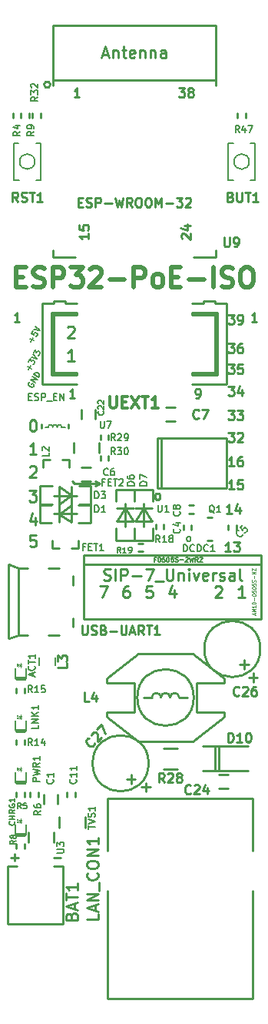
<source format=gbr>
G04 #@! TF.GenerationSoftware,KiCad,Pcbnew,5.1.6-c6e7f7d~87~ubuntu18.04.1*
G04 #@! TF.CreationDate,2021-11-15T10:38:18+02:00*
G04 #@! TF.ProjectId,ESP32-PoE-ISO_Rev_H,45535033-322d-4506-9f45-2d49534f5f52,H*
G04 #@! TF.SameCoordinates,Original*
G04 #@! TF.FileFunction,Legend,Top*
G04 #@! TF.FilePolarity,Positive*
%FSLAX46Y46*%
G04 Gerber Fmt 4.6, Leading zero omitted, Abs format (unit mm)*
G04 Created by KiCad (PCBNEW 5.1.6-c6e7f7d~87~ubuntu18.04.1) date 2021-11-15 10:38:18*
%MOMM*%
%LPD*%
G01*
G04 APERTURE LIST*
%ADD10C,0.254000*%
%ADD11C,0.158750*%
%ADD12C,0.508000*%
%ADD13C,0.127000*%
%ADD14C,0.200000*%
%ADD15C,0.100000*%
%ADD16C,0.050000*%
%ADD17C,0.190500*%
%ADD18C,0.317500*%
G04 APERTURE END LIST*
D10*
X114493523Y-121109619D02*
X115122476Y-121109619D01*
X114783809Y-121496666D01*
X114928952Y-121496666D01*
X115025714Y-121545047D01*
X115074095Y-121593428D01*
X115122476Y-121690190D01*
X115122476Y-121932095D01*
X115074095Y-122028857D01*
X115025714Y-122077238D01*
X114928952Y-122125619D01*
X114638666Y-122125619D01*
X114541904Y-122077238D01*
X114493523Y-122028857D01*
X115606285Y-122125619D02*
X115799809Y-122125619D01*
X115896571Y-122077238D01*
X115944952Y-122028857D01*
X116041714Y-121883714D01*
X116090095Y-121690190D01*
X116090095Y-121303142D01*
X116041714Y-121206380D01*
X115993333Y-121158000D01*
X115896571Y-121109619D01*
X115703047Y-121109619D01*
X115606285Y-121158000D01*
X115557904Y-121206380D01*
X115509523Y-121303142D01*
X115509523Y-121545047D01*
X115557904Y-121641809D01*
X115606285Y-121690190D01*
X115703047Y-121738571D01*
X115896571Y-121738571D01*
X115993333Y-121690190D01*
X116041714Y-121641809D01*
X116090095Y-121545047D01*
X114493523Y-124284619D02*
X115122476Y-124284619D01*
X114783809Y-124671666D01*
X114928952Y-124671666D01*
X115025714Y-124720047D01*
X115074095Y-124768428D01*
X115122476Y-124865190D01*
X115122476Y-125107095D01*
X115074095Y-125203857D01*
X115025714Y-125252238D01*
X114928952Y-125300619D01*
X114638666Y-125300619D01*
X114541904Y-125252238D01*
X114493523Y-125203857D01*
X115993333Y-124284619D02*
X115799809Y-124284619D01*
X115703047Y-124333000D01*
X115654666Y-124381380D01*
X115557904Y-124526523D01*
X115509523Y-124720047D01*
X115509523Y-125107095D01*
X115557904Y-125203857D01*
X115606285Y-125252238D01*
X115703047Y-125300619D01*
X115896571Y-125300619D01*
X115993333Y-125252238D01*
X116041714Y-125203857D01*
X116090095Y-125107095D01*
X116090095Y-124865190D01*
X116041714Y-124768428D01*
X115993333Y-124720047D01*
X115896571Y-124671666D01*
X115703047Y-124671666D01*
X115606285Y-124720047D01*
X115557904Y-124768428D01*
X115509523Y-124865190D01*
X114493523Y-126570619D02*
X115122476Y-126570619D01*
X114783809Y-126957666D01*
X114928952Y-126957666D01*
X115025714Y-127006047D01*
X115074095Y-127054428D01*
X115122476Y-127151190D01*
X115122476Y-127393095D01*
X115074095Y-127489857D01*
X115025714Y-127538238D01*
X114928952Y-127586619D01*
X114638666Y-127586619D01*
X114541904Y-127538238D01*
X114493523Y-127489857D01*
X116041714Y-126570619D02*
X115557904Y-126570619D01*
X115509523Y-127054428D01*
X115557904Y-127006047D01*
X115654666Y-126957666D01*
X115896571Y-126957666D01*
X115993333Y-127006047D01*
X116041714Y-127054428D01*
X116090095Y-127151190D01*
X116090095Y-127393095D01*
X116041714Y-127489857D01*
X115993333Y-127538238D01*
X115896571Y-127586619D01*
X115654666Y-127586619D01*
X115557904Y-127538238D01*
X115509523Y-127489857D01*
X114493523Y-128983619D02*
X115122476Y-128983619D01*
X114783809Y-129370666D01*
X114928952Y-129370666D01*
X115025714Y-129419047D01*
X115074095Y-129467428D01*
X115122476Y-129564190D01*
X115122476Y-129806095D01*
X115074095Y-129902857D01*
X115025714Y-129951238D01*
X114928952Y-129999619D01*
X114638666Y-129999619D01*
X114541904Y-129951238D01*
X114493523Y-129902857D01*
X115993333Y-129322285D02*
X115993333Y-129999619D01*
X115751428Y-128935238D02*
X115509523Y-129660952D01*
X116138476Y-129660952D01*
X114493523Y-131650619D02*
X115122476Y-131650619D01*
X114783809Y-132037666D01*
X114928952Y-132037666D01*
X115025714Y-132086047D01*
X115074095Y-132134428D01*
X115122476Y-132231190D01*
X115122476Y-132473095D01*
X115074095Y-132569857D01*
X115025714Y-132618238D01*
X114928952Y-132666619D01*
X114638666Y-132666619D01*
X114541904Y-132618238D01*
X114493523Y-132569857D01*
X115461142Y-131650619D02*
X116090095Y-131650619D01*
X115751428Y-132037666D01*
X115896571Y-132037666D01*
X115993333Y-132086047D01*
X116041714Y-132134428D01*
X116090095Y-132231190D01*
X116090095Y-132473095D01*
X116041714Y-132569857D01*
X115993333Y-132618238D01*
X115896571Y-132666619D01*
X115606285Y-132666619D01*
X115509523Y-132618238D01*
X115461142Y-132569857D01*
X114493523Y-134063619D02*
X115122476Y-134063619D01*
X114783809Y-134450666D01*
X114928952Y-134450666D01*
X115025714Y-134499047D01*
X115074095Y-134547428D01*
X115122476Y-134644190D01*
X115122476Y-134886095D01*
X115074095Y-134982857D01*
X115025714Y-135031238D01*
X114928952Y-135079619D01*
X114638666Y-135079619D01*
X114541904Y-135031238D01*
X114493523Y-134982857D01*
X115509523Y-134160380D02*
X115557904Y-134112000D01*
X115654666Y-134063619D01*
X115896571Y-134063619D01*
X115993333Y-134112000D01*
X116041714Y-134160380D01*
X116090095Y-134257142D01*
X116090095Y-134353904D01*
X116041714Y-134499047D01*
X115461142Y-135079619D01*
X116090095Y-135079619D01*
X115122476Y-137746619D02*
X114541904Y-137746619D01*
X114832190Y-137746619D02*
X114832190Y-136730619D01*
X114735428Y-136875761D01*
X114638666Y-136972523D01*
X114541904Y-137020904D01*
X115993333Y-136730619D02*
X115799809Y-136730619D01*
X115703047Y-136779000D01*
X115654666Y-136827380D01*
X115557904Y-136972523D01*
X115509523Y-137166047D01*
X115509523Y-137553095D01*
X115557904Y-137649857D01*
X115606285Y-137698238D01*
X115703047Y-137746619D01*
X115896571Y-137746619D01*
X115993333Y-137698238D01*
X116041714Y-137649857D01*
X116090095Y-137553095D01*
X116090095Y-137311190D01*
X116041714Y-137214428D01*
X115993333Y-137166047D01*
X115896571Y-137117666D01*
X115703047Y-137117666D01*
X115606285Y-137166047D01*
X115557904Y-137214428D01*
X115509523Y-137311190D01*
X115122476Y-140286619D02*
X114541904Y-140286619D01*
X114832190Y-140286619D02*
X114832190Y-139270619D01*
X114735428Y-139415761D01*
X114638666Y-139512523D01*
X114541904Y-139560904D01*
X116041714Y-139270619D02*
X115557904Y-139270619D01*
X115509523Y-139754428D01*
X115557904Y-139706047D01*
X115654666Y-139657666D01*
X115896571Y-139657666D01*
X115993333Y-139706047D01*
X116041714Y-139754428D01*
X116090095Y-139851190D01*
X116090095Y-140093095D01*
X116041714Y-140189857D01*
X115993333Y-140238238D01*
X115896571Y-140286619D01*
X115654666Y-140286619D01*
X115557904Y-140238238D01*
X115509523Y-140189857D01*
X114868476Y-142953619D02*
X114287904Y-142953619D01*
X114578190Y-142953619D02*
X114578190Y-141937619D01*
X114481428Y-142082761D01*
X114384666Y-142179523D01*
X114287904Y-142227904D01*
X115739333Y-142276285D02*
X115739333Y-142953619D01*
X115497428Y-141889238D02*
X115255523Y-142614952D01*
X115884476Y-142614952D01*
X114741476Y-147144619D02*
X114160904Y-147144619D01*
X114451190Y-147144619D02*
X114451190Y-146128619D01*
X114354428Y-146273761D01*
X114257666Y-146370523D01*
X114160904Y-146418904D01*
X115080142Y-146128619D02*
X115709095Y-146128619D01*
X115370428Y-146515666D01*
X115515571Y-146515666D01*
X115612333Y-146564047D01*
X115660714Y-146612428D01*
X115709095Y-146709190D01*
X115709095Y-146951095D01*
X115660714Y-147047857D01*
X115612333Y-147096238D01*
X115515571Y-147144619D01*
X115225285Y-147144619D01*
X115128523Y-147096238D01*
X115080142Y-147047857D01*
X93266380Y-145354523D02*
X92661619Y-145354523D01*
X92601142Y-145959285D01*
X92661619Y-145898809D01*
X92782571Y-145838333D01*
X93084952Y-145838333D01*
X93205904Y-145898809D01*
X93266380Y-145959285D01*
X93326857Y-146080238D01*
X93326857Y-146382619D01*
X93266380Y-146503571D01*
X93205904Y-146564047D01*
X93084952Y-146624523D01*
X92782571Y-146624523D01*
X92661619Y-146564047D01*
X92601142Y-146503571D01*
X93205904Y-143364857D02*
X93205904Y-144211523D01*
X92903523Y-142881047D02*
X92601142Y-143788190D01*
X93387333Y-143788190D01*
X92540666Y-140401523D02*
X93326857Y-140401523D01*
X92903523Y-140885333D01*
X93084952Y-140885333D01*
X93205904Y-140945809D01*
X93266380Y-141006285D01*
X93326857Y-141127238D01*
X93326857Y-141429619D01*
X93266380Y-141550571D01*
X93205904Y-141611047D01*
X93084952Y-141671523D01*
X92722095Y-141671523D01*
X92601142Y-141611047D01*
X92540666Y-141550571D01*
X92601142Y-137855476D02*
X92661619Y-137795000D01*
X92782571Y-137734523D01*
X93084952Y-137734523D01*
X93205904Y-137795000D01*
X93266380Y-137855476D01*
X93326857Y-137976428D01*
X93326857Y-138097380D01*
X93266380Y-138278809D01*
X92540666Y-139004523D01*
X93326857Y-139004523D01*
X93326857Y-136464523D02*
X92601142Y-136464523D01*
X92964000Y-136464523D02*
X92964000Y-135194523D01*
X92843047Y-135375952D01*
X92722095Y-135496904D01*
X92601142Y-135557380D01*
X110931476Y-130253619D02*
X111125000Y-130253619D01*
X111221761Y-130205238D01*
X111270142Y-130156857D01*
X111366904Y-130011714D01*
X111415285Y-129818190D01*
X111415285Y-129431142D01*
X111366904Y-129334380D01*
X111318523Y-129286000D01*
X111221761Y-129237619D01*
X111028238Y-129237619D01*
X110931476Y-129286000D01*
X110883095Y-129334380D01*
X110834714Y-129431142D01*
X110834714Y-129673047D01*
X110883095Y-129769809D01*
X110931476Y-129818190D01*
X111028238Y-129866571D01*
X111221761Y-129866571D01*
X111318523Y-129818190D01*
X111366904Y-129769809D01*
X111415285Y-129673047D01*
X100330000Y-139700000D02*
X99822000Y-139954000D01*
X100330000Y-139700000D02*
X99822000Y-139446000D01*
X97536000Y-139700000D02*
X97282000Y-139446000D01*
X97663000Y-139700000D02*
X97536000Y-139700000D01*
X100330000Y-139700000D02*
X97663000Y-139700000D01*
X93024476Y-133918476D02*
X92903523Y-133918476D01*
X92782571Y-133858000D01*
X92722095Y-133797523D01*
X92661619Y-133676571D01*
X92601142Y-133434666D01*
X92601142Y-133132285D01*
X92661619Y-132890380D01*
X92722095Y-132769428D01*
X92782571Y-132708952D01*
X92903523Y-132648476D01*
X93024476Y-132648476D01*
X93145428Y-132708952D01*
X93205904Y-132769428D01*
X93266380Y-132890380D01*
X93326857Y-133132285D01*
X93326857Y-133434666D01*
X93266380Y-133676571D01*
X93205904Y-133797523D01*
X93145428Y-133858000D01*
X93024476Y-133918476D01*
D11*
X92483214Y-130120571D02*
X92737214Y-130120571D01*
X92846071Y-130519714D02*
X92483214Y-130519714D01*
X92483214Y-129757714D01*
X92846071Y-129757714D01*
X93136357Y-130483428D02*
X93245214Y-130519714D01*
X93426642Y-130519714D01*
X93499214Y-130483428D01*
X93535500Y-130447142D01*
X93571785Y-130374571D01*
X93571785Y-130302000D01*
X93535500Y-130229428D01*
X93499214Y-130193142D01*
X93426642Y-130156857D01*
X93281500Y-130120571D01*
X93208928Y-130084285D01*
X93172642Y-130048000D01*
X93136357Y-129975428D01*
X93136357Y-129902857D01*
X93172642Y-129830285D01*
X93208928Y-129794000D01*
X93281500Y-129757714D01*
X93462928Y-129757714D01*
X93571785Y-129794000D01*
X93898357Y-130519714D02*
X93898357Y-129757714D01*
X94188642Y-129757714D01*
X94261214Y-129794000D01*
X94297500Y-129830285D01*
X94333785Y-129902857D01*
X94333785Y-130011714D01*
X94297500Y-130084285D01*
X94261214Y-130120571D01*
X94188642Y-130156857D01*
X93898357Y-130156857D01*
X94478928Y-130592285D02*
X95059500Y-130592285D01*
X95240928Y-130120571D02*
X95494928Y-130120571D01*
X95603785Y-130519714D02*
X95240928Y-130519714D01*
X95240928Y-129757714D01*
X95603785Y-129757714D01*
X95930357Y-130519714D02*
X95930357Y-129757714D01*
X96365785Y-130519714D01*
X96365785Y-129757714D01*
X92574132Y-128530241D02*
X92517707Y-128567496D01*
X92472349Y-128646057D01*
X92453179Y-128739737D01*
X92475315Y-128822349D01*
X92512570Y-128878774D01*
X92602199Y-128965437D01*
X92680760Y-129010794D01*
X92800627Y-129045083D01*
X92868119Y-129049134D01*
X92950732Y-129026998D01*
X93022276Y-128963557D01*
X93052514Y-128911183D01*
X93071684Y-128817503D01*
X93060616Y-128776197D01*
X92877307Y-128670363D01*
X92816831Y-128775111D01*
X93249061Y-128570752D02*
X92699135Y-128253252D01*
X93430490Y-128256509D01*
X92880564Y-127939009D01*
X93581680Y-127994639D02*
X93031754Y-127677139D01*
X93107349Y-127546204D01*
X93178894Y-127482762D01*
X93261506Y-127460627D01*
X93328999Y-127464678D01*
X93448865Y-127498967D01*
X93527426Y-127544324D01*
X93617055Y-127630987D01*
X93654310Y-127687412D01*
X93676446Y-127770024D01*
X93657276Y-127863704D01*
X93581680Y-127994639D01*
X92443875Y-127102596D02*
X92685780Y-126683604D01*
X92774323Y-127014052D02*
X92355332Y-126772147D01*
X92466302Y-126277561D02*
X92662849Y-125937130D01*
X92766512Y-126241392D01*
X92811869Y-126162831D01*
X92868294Y-126125576D01*
X92909600Y-126114508D01*
X92977093Y-126118559D01*
X93108028Y-126194154D01*
X93145283Y-126250579D01*
X93156351Y-126291885D01*
X93152299Y-126359378D01*
X93061585Y-126516500D01*
X93005160Y-126553755D01*
X92963854Y-126564823D01*
X92753564Y-125780009D02*
X93409323Y-125914200D01*
X92965230Y-125413391D01*
X93040826Y-125282456D02*
X93237373Y-124942026D01*
X93341036Y-125246287D01*
X93386393Y-125167726D01*
X93442818Y-125130471D01*
X93484124Y-125119403D01*
X93551617Y-125123455D01*
X93682552Y-125199050D01*
X93719806Y-125255475D01*
X93730874Y-125296781D01*
X93726823Y-125364274D01*
X93636109Y-125521396D01*
X93579684Y-125558650D01*
X93538378Y-125569718D01*
X92722066Y-124046726D02*
X92963970Y-123627735D01*
X93052514Y-123958183D02*
X92633522Y-123716278D01*
X92925921Y-122907448D02*
X92774730Y-123169317D01*
X93021481Y-123346695D01*
X93010413Y-123305389D01*
X93014464Y-123237896D01*
X93090059Y-123106961D01*
X93146484Y-123069706D01*
X93187790Y-123058638D01*
X93255283Y-123062689D01*
X93386218Y-123138285D01*
X93423473Y-123194710D01*
X93434541Y-123236016D01*
X93430490Y-123303509D01*
X93354895Y-123434443D01*
X93298470Y-123471698D01*
X93257164Y-123482766D01*
X93031754Y-122724139D02*
X93687514Y-122858330D01*
X93243421Y-122357522D01*
D10*
X97572285Y-130253619D02*
X96991714Y-130253619D01*
X97282000Y-130253619D02*
X97282000Y-129237619D01*
X97185238Y-129382761D01*
X97088476Y-129479523D01*
X96991714Y-129527904D01*
X90544952Y-180793571D02*
X91319047Y-180793571D01*
X90932000Y-181180619D02*
X90932000Y-180406523D01*
X95243952Y-180793571D02*
X96018047Y-180793571D01*
X117638285Y-121871619D02*
X117057714Y-121871619D01*
X117348000Y-121871619D02*
X117348000Y-120855619D01*
X117251238Y-121000761D01*
X117154476Y-121097523D01*
X117057714Y-121145904D01*
X91476285Y-121871619D02*
X90895714Y-121871619D01*
X91186000Y-121871619D02*
X91186000Y-120855619D01*
X91089238Y-121000761D01*
X90992476Y-121097523D01*
X90895714Y-121145904D01*
D12*
X91134595Y-116939785D02*
X91854261Y-116939785D01*
X92162690Y-118070690D02*
X91134595Y-118070690D01*
X91134595Y-115911690D01*
X92162690Y-115911690D01*
X92985166Y-117967880D02*
X93293595Y-118070690D01*
X93807642Y-118070690D01*
X94013261Y-117967880D01*
X94116071Y-117865071D01*
X94218880Y-117659452D01*
X94218880Y-117453833D01*
X94116071Y-117248214D01*
X94013261Y-117145404D01*
X93807642Y-117042595D01*
X93396404Y-116939785D01*
X93190785Y-116836976D01*
X93087976Y-116734166D01*
X92985166Y-116528547D01*
X92985166Y-116322928D01*
X93087976Y-116117309D01*
X93190785Y-116014500D01*
X93396404Y-115911690D01*
X93910452Y-115911690D01*
X94218880Y-116014500D01*
X95144166Y-118070690D02*
X95144166Y-115911690D01*
X95966642Y-115911690D01*
X96172261Y-116014500D01*
X96275071Y-116117309D01*
X96377880Y-116322928D01*
X96377880Y-116631357D01*
X96275071Y-116836976D01*
X96172261Y-116939785D01*
X95966642Y-117042595D01*
X95144166Y-117042595D01*
X97097547Y-115911690D02*
X98434071Y-115911690D01*
X97714404Y-116734166D01*
X98022833Y-116734166D01*
X98228452Y-116836976D01*
X98331261Y-116939785D01*
X98434071Y-117145404D01*
X98434071Y-117659452D01*
X98331261Y-117865071D01*
X98228452Y-117967880D01*
X98022833Y-118070690D01*
X97405976Y-118070690D01*
X97200357Y-117967880D01*
X97097547Y-117865071D01*
X99256547Y-116117309D02*
X99359357Y-116014500D01*
X99564976Y-115911690D01*
X100079023Y-115911690D01*
X100284642Y-116014500D01*
X100387452Y-116117309D01*
X100490261Y-116322928D01*
X100490261Y-116528547D01*
X100387452Y-116836976D01*
X99153738Y-118070690D01*
X100490261Y-118070690D01*
X101415547Y-117248214D02*
X103060499Y-117248214D01*
X104088595Y-118070690D02*
X104088595Y-115911690D01*
X104911071Y-115911690D01*
X105116690Y-116014500D01*
X105219499Y-116117309D01*
X105322309Y-116322928D01*
X105322309Y-116631357D01*
X105219499Y-116836976D01*
X105116690Y-116939785D01*
X104911071Y-117042595D01*
X104088595Y-117042595D01*
X106556023Y-118070690D02*
X106350404Y-117967880D01*
X106247595Y-117865071D01*
X106144785Y-117659452D01*
X106144785Y-117042595D01*
X106247595Y-116836976D01*
X106350404Y-116734166D01*
X106556023Y-116631357D01*
X106864452Y-116631357D01*
X107070071Y-116734166D01*
X107172880Y-116836976D01*
X107275690Y-117042595D01*
X107275690Y-117659452D01*
X107172880Y-117865071D01*
X107070071Y-117967880D01*
X106864452Y-118070690D01*
X106556023Y-118070690D01*
X108200976Y-116939785D02*
X108920642Y-116939785D01*
X109229071Y-118070690D02*
X108200976Y-118070690D01*
X108200976Y-115911690D01*
X109229071Y-115911690D01*
X110154357Y-117248214D02*
X111799309Y-117248214D01*
X112827404Y-118070690D02*
X112827404Y-115911690D01*
X113752690Y-117967880D02*
X114061119Y-118070690D01*
X114575166Y-118070690D01*
X114780785Y-117967880D01*
X114883595Y-117865071D01*
X114986404Y-117659452D01*
X114986404Y-117453833D01*
X114883595Y-117248214D01*
X114780785Y-117145404D01*
X114575166Y-117042595D01*
X114163928Y-116939785D01*
X113958309Y-116836976D01*
X113855500Y-116734166D01*
X113752690Y-116528547D01*
X113752690Y-116322928D01*
X113855500Y-116117309D01*
X113958309Y-116014500D01*
X114163928Y-115911690D01*
X114677976Y-115911690D01*
X114986404Y-116014500D01*
X116322928Y-115911690D02*
X116734166Y-115911690D01*
X116939785Y-116014500D01*
X117145404Y-116220119D01*
X117248214Y-116631357D01*
X117248214Y-117351023D01*
X117145404Y-117762261D01*
X116939785Y-117967880D01*
X116734166Y-118070690D01*
X116322928Y-118070690D01*
X116117309Y-117967880D01*
X115911690Y-117762261D01*
X115808880Y-117351023D01*
X115808880Y-116631357D01*
X115911690Y-116220119D01*
X116117309Y-116014500D01*
X116322928Y-115911690D01*
D13*
X116798738Y-104267000D02*
G75*
G03*
X116798738Y-104267000I-839738J0D01*
G01*
X116898000Y-106267000D02*
X117456800Y-106267000D01*
X114461200Y-106267000D02*
X115070800Y-106267000D01*
X116898000Y-102267000D02*
X117456800Y-102267000D01*
X114462000Y-102267000D02*
X115020800Y-102267000D01*
X117459000Y-106267000D02*
X117459000Y-102267000D01*
X114459000Y-106267000D02*
X114459000Y-102267000D01*
X93160738Y-104267000D02*
G75*
G03*
X93160738Y-104267000I-839738J0D01*
G01*
X93260000Y-106267000D02*
X93818800Y-106267000D01*
X90823200Y-106267000D02*
X91432800Y-106267000D01*
X93260000Y-102267000D02*
X93818800Y-102267000D01*
X90824000Y-102267000D02*
X91382800Y-102267000D01*
X93821000Y-106267000D02*
X93821000Y-102267000D01*
X90821000Y-106267000D02*
X90821000Y-102267000D01*
D10*
X95140000Y-89285000D02*
X113140000Y-89285000D01*
X95140000Y-95285000D02*
X113140000Y-95285000D01*
X113140000Y-89285000D02*
X113140000Y-95905000D01*
X95140000Y-114785000D02*
X95140000Y-114035000D01*
X95140000Y-114785000D02*
X97640000Y-114785000D01*
X113140000Y-114785000D02*
X110690000Y-114785000D01*
X113140000Y-114785000D02*
X113140000Y-114035000D01*
X95140000Y-89285000D02*
X95140000Y-95905000D01*
X96990000Y-114785000D02*
X97640000Y-114785000D01*
X111290000Y-114785000D02*
X110690000Y-114785000D01*
D14*
X96127000Y-133500000D02*
X96477000Y-133500000D01*
X94627000Y-133500000D02*
X94277000Y-133500000D01*
D10*
X93877000Y-133550000D02*
X93877000Y-133150000D01*
X96877000Y-133550000D02*
X96877000Y-133150000D01*
D14*
X95627000Y-133450000D02*
G75*
G02*
X96127000Y-133450000I250000J0D01*
G01*
X94627000Y-133450000D02*
G75*
G02*
X95127000Y-133450000I250000J0D01*
G01*
X95127000Y-133450000D02*
G75*
G02*
X95627000Y-133450000I250000J0D01*
G01*
D10*
X98581000Y-147543000D02*
X98581000Y-148543000D01*
X118081000Y-147543000D02*
X98581000Y-147543000D01*
X118081000Y-148543000D02*
X118081000Y-147543000D01*
X118081000Y-148543000D02*
X118081000Y-154543000D01*
X118081000Y-148543000D02*
X98581000Y-148543000D01*
X118081000Y-154543000D02*
X98581000Y-154543000D01*
X98581000Y-154543000D02*
X98581000Y-148543000D01*
X96232980Y-188066680D02*
X96232980Y-181749698D01*
X90152220Y-188066680D02*
X96232980Y-188066680D01*
X90152220Y-181757320D02*
X90152220Y-188066680D01*
X90157300Y-181749700D02*
X91211400Y-181749700D01*
X95224600Y-181749700D02*
X96227900Y-181749700D01*
X112692000Y-145923000D02*
X112184000Y-145923000D01*
X112692000Y-143383000D02*
X112184000Y-143383000D01*
X105703021Y-170434000D02*
G75*
G03*
X105703021Y-170434000I-3087021J0D01*
G01*
X106159300Y-145961100D02*
X104140000Y-145961100D01*
X104140000Y-145961100D02*
X104140000Y-144589500D01*
X106159300Y-145961100D02*
X106159300Y-144589500D01*
X106146600Y-140309600D02*
X104152700Y-140309600D01*
X104140000Y-140335000D02*
X104140000Y-141630400D01*
X106146600Y-140322300D02*
X106146600Y-141617700D01*
X105168700Y-144373600D02*
X105168700Y-141897100D01*
X104216200Y-143789400D02*
X105130600Y-142417800D01*
X105130600Y-142417800D02*
X106121200Y-143789400D01*
X104216200Y-142417800D02*
X106121200Y-142417800D01*
X104216200Y-143789400D02*
X106121200Y-143789400D01*
X104127300Y-145961100D02*
X102108000Y-145961100D01*
X102108000Y-145961100D02*
X102108000Y-144589500D01*
X104127300Y-145961100D02*
X104127300Y-144589500D01*
X104114600Y-140309600D02*
X102120700Y-140309600D01*
X102108000Y-140335000D02*
X102108000Y-141630400D01*
X104114600Y-140322300D02*
X104114600Y-141617700D01*
X103136700Y-144373600D02*
X103136700Y-141897100D01*
X102184200Y-143789400D02*
X103098600Y-142417800D01*
X103098600Y-142417800D02*
X104089200Y-143789400D01*
X102184200Y-142417800D02*
X104089200Y-142417800D01*
X102184200Y-143789400D02*
X104089200Y-143789400D01*
X93687900Y-141973300D02*
X93687900Y-139954000D01*
X93687900Y-139954000D02*
X95059500Y-139954000D01*
X93687900Y-141973300D02*
X95059500Y-141973300D01*
X99339400Y-141960600D02*
X99339400Y-139966700D01*
X99314000Y-139954000D02*
X98018600Y-139954000D01*
X99326700Y-141960600D02*
X98031300Y-141960600D01*
X95275400Y-140982700D02*
X97751900Y-140982700D01*
X95859600Y-140030200D02*
X97231200Y-140944600D01*
X97231200Y-140944600D02*
X95859600Y-141935200D01*
X97231200Y-140030200D02*
X97231200Y-141935200D01*
X95859600Y-140030200D02*
X95859600Y-141935200D01*
X99352100Y-141998700D02*
X99352100Y-144018000D01*
X99352100Y-144018000D02*
X97980500Y-144018000D01*
X99352100Y-141998700D02*
X97980500Y-141998700D01*
X93700600Y-142011400D02*
X93700600Y-144005300D01*
X93726000Y-144018000D02*
X95021400Y-144018000D01*
X93713300Y-142011400D02*
X95008700Y-142011400D01*
X97764600Y-142989300D02*
X95288100Y-142989300D01*
X97180400Y-143941800D02*
X95808800Y-143027400D01*
X95808800Y-143027400D02*
X97180400Y-142036800D01*
X95808800Y-143941800D02*
X95808800Y-142036800D01*
X97180400Y-143941800D02*
X97180400Y-142036800D01*
X92519500Y-99187000D02*
X92519500Y-98933000D01*
X92519500Y-99187000D02*
X92519500Y-99441000D01*
X91630500Y-99187000D02*
X91630500Y-99441000D01*
X91630500Y-99187000D02*
X91630500Y-98933000D01*
X90741500Y-99187000D02*
X90741500Y-99441000D01*
X90741500Y-99187000D02*
X90741500Y-98933000D01*
X91630500Y-99187000D02*
X91630500Y-98933000D01*
X91630500Y-99187000D02*
X91630500Y-99441000D01*
X92646500Y-173863000D02*
X92646500Y-174117000D01*
X92646500Y-173863000D02*
X92646500Y-173609000D01*
X93535500Y-173863000D02*
X93535500Y-173609000D01*
X93535500Y-173863000D02*
X93535500Y-174117000D01*
X92443300Y-178003200D02*
X92443300Y-179133500D01*
X95250000Y-178003200D02*
X95250000Y-179133500D01*
D13*
X93599000Y-158826200D02*
X93599000Y-159664400D01*
X95377000Y-158826200D02*
X95377000Y-159664400D01*
X90982800Y-166751000D02*
X90982800Y-165735000D01*
X92202000Y-165735000D02*
X92202000Y-166751000D01*
D15*
X91567000Y-165094000D02*
X91567000Y-165614000D01*
X91677000Y-165264000D02*
X91457000Y-165264000D01*
X91677000Y-165264000D02*
X91577000Y-165374000D01*
X91457000Y-165264000D02*
X91557000Y-165364000D01*
X91677000Y-165454000D02*
X91457000Y-165454000D01*
D16*
X91321400Y-165531800D02*
X91211400Y-165401800D01*
X91212400Y-165400200D02*
X91222400Y-165480200D01*
X91212400Y-165400200D02*
X91292400Y-165400200D01*
X91212400Y-165184800D02*
X91292400Y-165184800D01*
X91212400Y-165184800D02*
X91222400Y-165264800D01*
X91342400Y-165324800D02*
X91232400Y-165194800D01*
D10*
X92138500Y-166763700D02*
X92011500Y-166916100D01*
X91046300Y-166763700D02*
X91173300Y-166903400D01*
X92011500Y-166916100D02*
X91186000Y-166916100D01*
X91084400Y-166751000D02*
X92125800Y-166751000D01*
X91084400Y-161036000D02*
X92125800Y-161036000D01*
X92011500Y-161201100D02*
X91186000Y-161201100D01*
X91046300Y-161048700D02*
X91173300Y-161188400D01*
X92138500Y-161048700D02*
X92011500Y-161201100D01*
D16*
X91342400Y-159609800D02*
X91232400Y-159479800D01*
X91212400Y-159469800D02*
X91222400Y-159549800D01*
X91212400Y-159469800D02*
X91292400Y-159469800D01*
X91212400Y-159685200D02*
X91292400Y-159685200D01*
X91212400Y-159685200D02*
X91222400Y-159765200D01*
X91321400Y-159816800D02*
X91211400Y-159686800D01*
D15*
X91677000Y-159739000D02*
X91457000Y-159739000D01*
X91457000Y-159549000D02*
X91557000Y-159649000D01*
X91677000Y-159549000D02*
X91577000Y-159659000D01*
X91677000Y-159549000D02*
X91457000Y-159549000D01*
X91567000Y-159379000D02*
X91567000Y-159899000D01*
D13*
X92202000Y-160020000D02*
X92202000Y-161036000D01*
X90982800Y-161036000D02*
X90982800Y-160020000D01*
D10*
X96710500Y-173863000D02*
X96710500Y-174117000D01*
X96710500Y-173863000D02*
X96710500Y-173609000D01*
X97599500Y-173863000D02*
X97599500Y-173609000D01*
X97599500Y-173863000D02*
X97599500Y-174117000D01*
X101282500Y-136906000D02*
X101282500Y-136652000D01*
X101282500Y-136906000D02*
X101282500Y-137160000D01*
X100393500Y-136906000D02*
X100393500Y-137160000D01*
X100393500Y-136906000D02*
X100393500Y-136652000D01*
X100393500Y-134620000D02*
X100393500Y-134874000D01*
X100393500Y-134620000D02*
X100393500Y-134366000D01*
X101282500Y-134620000D02*
X101282500Y-134366000D01*
X101282500Y-134620000D02*
X101282500Y-134874000D01*
X92011500Y-173863000D02*
X92011500Y-173609000D01*
X92011500Y-173863000D02*
X92011500Y-174117000D01*
X91122500Y-173863000D02*
X91122500Y-174117000D01*
X91122500Y-173863000D02*
X91122500Y-173609000D01*
X92011500Y-162433000D02*
X92011500Y-162179000D01*
X92011500Y-162433000D02*
X92011500Y-162687000D01*
X91122500Y-162433000D02*
X91122500Y-162687000D01*
X91122500Y-162433000D02*
X91122500Y-162179000D01*
X92011500Y-168148000D02*
X92011500Y-167894000D01*
X92011500Y-168148000D02*
X92011500Y-168402000D01*
X91122500Y-168148000D02*
X91122500Y-168402000D01*
X91122500Y-168148000D02*
X91122500Y-167894000D01*
X92011500Y-179578000D02*
X92011500Y-179324000D01*
X92011500Y-179578000D02*
X92011500Y-179832000D01*
X91122500Y-179578000D02*
X91122500Y-179832000D01*
X91122500Y-179578000D02*
X91122500Y-179324000D01*
X104775000Y-147129500D02*
X105029000Y-147129500D01*
X104775000Y-147129500D02*
X104521000Y-147129500D01*
X104775000Y-146240500D02*
X104521000Y-146240500D01*
X104775000Y-146240500D02*
X105029000Y-146240500D01*
X110363000Y-142049500D02*
X110109000Y-142049500D01*
X110363000Y-142049500D02*
X110617000Y-142049500D01*
X110363000Y-142938500D02*
X110617000Y-142938500D01*
X110363000Y-142938500D02*
X110109000Y-142938500D01*
X98298000Y-139446000D02*
X99314000Y-139446000D01*
X98298000Y-137922000D02*
X99314000Y-137922000D01*
X95631000Y-174879000D02*
X95631000Y-173863000D01*
X94107000Y-174879000D02*
X94107000Y-173863000D01*
X100215700Y-136321800D02*
X100215700Y-135191500D01*
X97409000Y-136321800D02*
X97409000Y-135191500D01*
X106680000Y-140144500D02*
X106680000Y-134683500D01*
X114300000Y-134683500D02*
X114300000Y-140144500D01*
X106680000Y-140144500D02*
X114300000Y-140144500D01*
X114300000Y-134683500D02*
X106680000Y-134683500D01*
X107061000Y-134683500D02*
X107061000Y-140144500D01*
X91084400Y-172466000D02*
X92125800Y-172466000D01*
X92011500Y-172631100D02*
X91186000Y-172631100D01*
X91046300Y-172478700D02*
X91173300Y-172618400D01*
X92138500Y-172478700D02*
X92011500Y-172631100D01*
D16*
X91342400Y-171039800D02*
X91232400Y-170909800D01*
X91212400Y-170899800D02*
X91222400Y-170979800D01*
X91212400Y-170899800D02*
X91292400Y-170899800D01*
X91212400Y-171115200D02*
X91292400Y-171115200D01*
X91212400Y-171115200D02*
X91222400Y-171195200D01*
X91321400Y-171246800D02*
X91211400Y-171116800D01*
D15*
X91677000Y-171169000D02*
X91457000Y-171169000D01*
X91457000Y-170979000D02*
X91557000Y-171079000D01*
X91677000Y-170979000D02*
X91577000Y-171089000D01*
X91677000Y-170979000D02*
X91457000Y-170979000D01*
X91567000Y-170809000D02*
X91567000Y-171329000D01*
D13*
X92202000Y-171450000D02*
X92202000Y-172466000D01*
X90982800Y-172466000D02*
X90982800Y-171450000D01*
D10*
X98298000Y-131572000D02*
X98298000Y-132588000D01*
X99822000Y-131572000D02*
X99822000Y-132588000D01*
X91084400Y-178181000D02*
X92125800Y-178181000D01*
X92011500Y-178346100D02*
X91186000Y-178346100D01*
X91046300Y-178193700D02*
X91173300Y-178333400D01*
X92138500Y-178193700D02*
X92011500Y-178346100D01*
D16*
X91342400Y-176754800D02*
X91232400Y-176624800D01*
X91212400Y-176614800D02*
X91222400Y-176694800D01*
X91212400Y-176614800D02*
X91292400Y-176614800D01*
X91212400Y-176830200D02*
X91292400Y-176830200D01*
X91212400Y-176830200D02*
X91222400Y-176910200D01*
X91321400Y-176961800D02*
X91211400Y-176831800D01*
D15*
X91677000Y-176884000D02*
X91457000Y-176884000D01*
X91457000Y-176694000D02*
X91557000Y-176794000D01*
X91677000Y-176694000D02*
X91577000Y-176804000D01*
X91677000Y-176694000D02*
X91457000Y-176694000D01*
X91567000Y-176524000D02*
X91567000Y-177044000D01*
D13*
X92202000Y-177165000D02*
X92202000Y-178181000D01*
X90982800Y-178181000D02*
X90982800Y-177165000D01*
D10*
X108585000Y-131318000D02*
X107569000Y-131318000D01*
X108585000Y-132842000D02*
X107569000Y-132842000D01*
X94792800Y-137033000D02*
X94081600Y-137033000D01*
X94081600Y-137871200D02*
X94081600Y-137033000D01*
X96926400Y-137871200D02*
X96926400Y-137033000D01*
X96926400Y-137033000D02*
X96215200Y-137033000D01*
X97231200Y-146812000D02*
X97942400Y-146812000D01*
X97942400Y-145973800D02*
X97942400Y-146812000D01*
X95097600Y-145973800D02*
X95097600Y-146812000D01*
X95097600Y-146812000D02*
X95808800Y-146812000D01*
X115506500Y-99187000D02*
X115506500Y-99441000D01*
X115506500Y-99187000D02*
X115506500Y-98933000D01*
X116395500Y-99187000D02*
X116395500Y-98933000D01*
X116395500Y-99187000D02*
X116395500Y-99441000D01*
X115379500Y-144526000D02*
X115379500Y-144272000D01*
X115379500Y-144526000D02*
X115379500Y-144780000D01*
X114490500Y-144526000D02*
X114490500Y-144780000D01*
X114490500Y-144526000D02*
X114490500Y-144272000D01*
X109537500Y-144526000D02*
X109537500Y-144780000D01*
X109537500Y-144526000D02*
X109537500Y-144272000D01*
X110426500Y-144526000D02*
X110426500Y-144272000D01*
X110426500Y-144526000D02*
X110426500Y-144780000D01*
X93789500Y-99187000D02*
X93789500Y-98933000D01*
X93789500Y-99187000D02*
X93789500Y-99441000D01*
X92900500Y-99187000D02*
X92900500Y-99441000D01*
X92900500Y-99187000D02*
X92900500Y-98933000D01*
X104569000Y-158395000D02*
X110569000Y-158395000D01*
X110569000Y-158395000D02*
X114069000Y-161095000D01*
X114069000Y-161095000D02*
X114069000Y-161595000D01*
X114069000Y-161595000D02*
X110969000Y-161595000D01*
X110969000Y-161595000D02*
X110969000Y-164795000D01*
X110969000Y-164795000D02*
X114069000Y-164795000D01*
X114069000Y-164795000D02*
X114069000Y-165295000D01*
X114069000Y-165295000D02*
X110569000Y-167995000D01*
X110569000Y-167995000D02*
X104569000Y-167995000D01*
X104569000Y-167995000D02*
X101069000Y-165295000D01*
X101069000Y-165295000D02*
X101069000Y-164795000D01*
X101069000Y-164795000D02*
X104169000Y-164795000D01*
X104169000Y-164795000D02*
X104169000Y-161595000D01*
X104169000Y-161595000D02*
X101069000Y-161595000D01*
X101069000Y-161595000D02*
X101069000Y-161095000D01*
X101069000Y-161095000D02*
X104569000Y-158395000D01*
X110680270Y-163195000D02*
G75*
G03*
X110680270Y-163195000I-3111270J0D01*
G01*
X106069000Y-163195000D02*
X105169000Y-163195000D01*
X109969000Y-163195000D02*
X109069000Y-163195000D01*
X107069000Y-163195000D02*
G75*
G02*
X108069000Y-163195000I500000J0D01*
G01*
X108069000Y-163195000D02*
G75*
G02*
X109069000Y-163195000I500000J0D01*
G01*
X106069000Y-163195000D02*
G75*
G02*
X107069000Y-163195000I500000J0D01*
G01*
X107378500Y-144399000D02*
X107378500Y-144145000D01*
X107378500Y-144399000D02*
X107378500Y-144653000D01*
X106489500Y-144399000D02*
X106489500Y-144653000D01*
X106489500Y-144399000D02*
X106489500Y-144145000D01*
X97790000Y-121158000D02*
X97790000Y-120904000D01*
X97790000Y-127762000D02*
X97790000Y-127508000D01*
X110490000Y-127762000D02*
X110490000Y-127508000D01*
X110490000Y-121158000D02*
X110490000Y-120904000D01*
X97790000Y-128778000D02*
X93980000Y-128778000D01*
X94996000Y-127762000D02*
X97790000Y-127762000D01*
X94996000Y-120904000D02*
X94996000Y-127762000D01*
X97790000Y-120904000D02*
X94996000Y-120904000D01*
X113284000Y-120904000D02*
X110490000Y-120904000D01*
X113284000Y-127762000D02*
X113284000Y-120904000D01*
X110490000Y-127762000D02*
X113284000Y-127762000D01*
X96520000Y-119888000D02*
X97790000Y-119888000D01*
X96520000Y-119634000D02*
X96520000Y-119888000D01*
X95250000Y-119634000D02*
X95250000Y-119888000D01*
X96520000Y-119634000D02*
X95250000Y-119634000D01*
X110490000Y-119888000D02*
X111760000Y-119888000D01*
X113030000Y-119888000D02*
X114300000Y-119888000D01*
X111760000Y-119888000D02*
X111760000Y-119634000D01*
X113030000Y-119634000D02*
X111760000Y-119634000D01*
X113030000Y-119888000D02*
X113030000Y-119634000D01*
X97790000Y-127508000D02*
X95250000Y-127508000D01*
X113030000Y-127508000D02*
X110490000Y-127508000D01*
X93980000Y-119888000D02*
X93980000Y-128778000D01*
X114300000Y-128778000D02*
X114300000Y-119888000D01*
X114300000Y-128778000D02*
X110490000Y-128778000D01*
X93980000Y-119888000D02*
X95250000Y-119888000D01*
X95250000Y-121158000D02*
X95250000Y-127508000D01*
X113030000Y-127508000D02*
X113030000Y-121158000D01*
X110490000Y-121158000D02*
X113030000Y-121158000D01*
X95250000Y-121158000D02*
X97790000Y-121158000D01*
X95504000Y-121031000D02*
X95123000Y-121031000D01*
X95504000Y-127635000D02*
X95123000Y-127635000D01*
X112903000Y-127635000D02*
X113157000Y-127635000D01*
X112776000Y-121031000D02*
X113284000Y-121031000D01*
X90297000Y-148590000D02*
X91313000Y-148971000D01*
X90297000Y-156718000D02*
X91313000Y-156337000D01*
X95826000Y-156354000D02*
X94626000Y-156354000D01*
X91326000Y-148954000D02*
X92326000Y-148954000D01*
X90226000Y-156718000D02*
X90226000Y-148590000D01*
X92326000Y-156354000D02*
X91326000Y-156354000D01*
X97326000Y-155454000D02*
X97326000Y-154454000D01*
X97326000Y-150854000D02*
X97326000Y-149854000D01*
X95826000Y-148954000D02*
X94626000Y-148954000D01*
X91326000Y-156354000D02*
X91326000Y-148954000D01*
X98679000Y-176352200D02*
X98679000Y-177482500D01*
X95872300Y-176352200D02*
X95872300Y-177482500D01*
X101200000Y-180063000D02*
X101200000Y-174293000D01*
X101200000Y-196293000D02*
X101200000Y-184493000D01*
X117200000Y-196293000D02*
X101200000Y-196293000D01*
X117200000Y-184493000D02*
X117200000Y-196293000D01*
X117200000Y-174293000D02*
X117200000Y-180063000D01*
X101200000Y-174293000D02*
X117200000Y-174293000D01*
X118022021Y-157861000D02*
G75*
G03*
X118022021Y-157861000I-3087021J0D01*
G01*
X113483000Y-168576000D02*
X113483000Y-171276000D01*
X116673000Y-168576000D02*
X111673000Y-168576000D01*
X113043000Y-168576000D02*
X113043000Y-171276000D01*
X111673000Y-171276000D02*
X116673000Y-171276000D01*
X108839000Y-168783000D02*
X107315000Y-168783000D01*
X108839000Y-171069000D02*
X107315000Y-171069000D01*
X113411000Y-171704000D02*
X114427000Y-171704000D01*
X113411000Y-173228000D02*
X114427000Y-173228000D01*
X114747523Y-108131428D02*
X114892666Y-108179809D01*
X114941047Y-108228190D01*
X114989428Y-108324952D01*
X114989428Y-108470095D01*
X114941047Y-108566857D01*
X114892666Y-108615238D01*
X114795904Y-108663619D01*
X114408857Y-108663619D01*
X114408857Y-107647619D01*
X114747523Y-107647619D01*
X114844285Y-107696000D01*
X114892666Y-107744380D01*
X114941047Y-107841142D01*
X114941047Y-107937904D01*
X114892666Y-108034666D01*
X114844285Y-108083047D01*
X114747523Y-108131428D01*
X114408857Y-108131428D01*
X115424857Y-107647619D02*
X115424857Y-108470095D01*
X115473238Y-108566857D01*
X115521619Y-108615238D01*
X115618380Y-108663619D01*
X115811904Y-108663619D01*
X115908666Y-108615238D01*
X115957047Y-108566857D01*
X116005428Y-108470095D01*
X116005428Y-107647619D01*
X116344095Y-107647619D02*
X116924666Y-107647619D01*
X116634380Y-108663619D02*
X116634380Y-107647619D01*
X117795523Y-108663619D02*
X117214952Y-108663619D01*
X117505238Y-108663619D02*
X117505238Y-107647619D01*
X117408476Y-107792761D01*
X117311714Y-107889523D01*
X117214952Y-107937904D01*
X91288809Y-108663619D02*
X90950142Y-108179809D01*
X90708238Y-108663619D02*
X90708238Y-107647619D01*
X91095285Y-107647619D01*
X91192047Y-107696000D01*
X91240428Y-107744380D01*
X91288809Y-107841142D01*
X91288809Y-107986285D01*
X91240428Y-108083047D01*
X91192047Y-108131428D01*
X91095285Y-108179809D01*
X90708238Y-108179809D01*
X91675857Y-108615238D02*
X91821000Y-108663619D01*
X92062904Y-108663619D01*
X92159666Y-108615238D01*
X92208047Y-108566857D01*
X92256428Y-108470095D01*
X92256428Y-108373333D01*
X92208047Y-108276571D01*
X92159666Y-108228190D01*
X92062904Y-108179809D01*
X91869380Y-108131428D01*
X91772619Y-108083047D01*
X91724238Y-108034666D01*
X91675857Y-107937904D01*
X91675857Y-107841142D01*
X91724238Y-107744380D01*
X91772619Y-107696000D01*
X91869380Y-107647619D01*
X92111285Y-107647619D01*
X92256428Y-107696000D01*
X92546714Y-107647619D02*
X93127285Y-107647619D01*
X92837000Y-108663619D02*
X92837000Y-107647619D01*
X93998142Y-108663619D02*
X93417571Y-108663619D01*
X93707857Y-108663619D02*
X93707857Y-107647619D01*
X93611095Y-107792761D01*
X93514333Y-107889523D01*
X93417571Y-107937904D01*
X114033904Y-112600619D02*
X114033904Y-113423095D01*
X114082285Y-113519857D01*
X114130666Y-113568238D01*
X114227428Y-113616619D01*
X114420952Y-113616619D01*
X114517714Y-113568238D01*
X114566095Y-113519857D01*
X114614476Y-113423095D01*
X114614476Y-112600619D01*
X115146666Y-113616619D02*
X115340190Y-113616619D01*
X115436952Y-113568238D01*
X115485333Y-113519857D01*
X115582095Y-113374714D01*
X115630476Y-113181190D01*
X115630476Y-112794142D01*
X115582095Y-112697380D01*
X115533714Y-112649000D01*
X115436952Y-112600619D01*
X115243428Y-112600619D01*
X115146666Y-112649000D01*
X115098285Y-112697380D01*
X115049904Y-112794142D01*
X115049904Y-113036047D01*
X115098285Y-113132809D01*
X115146666Y-113181190D01*
X115243428Y-113229571D01*
X115436952Y-113229571D01*
X115533714Y-113181190D01*
X115582095Y-113132809D01*
X115630476Y-113036047D01*
X94820619Y-95830571D02*
X94772238Y-95927333D01*
X94723857Y-95975714D01*
X94627095Y-96024095D01*
X94336809Y-96024095D01*
X94240047Y-95975714D01*
X94191666Y-95927333D01*
X94143285Y-95830571D01*
X94143285Y-95685428D01*
X94191666Y-95588666D01*
X94240047Y-95540285D01*
X94336809Y-95491904D01*
X94627095Y-95491904D01*
X94723857Y-95540285D01*
X94772238Y-95588666D01*
X94820619Y-95685428D01*
X94820619Y-95830571D01*
X100632380Y-92496666D02*
X101237142Y-92496666D01*
X100511428Y-92859523D02*
X100934761Y-91589523D01*
X101358095Y-92859523D01*
X101781428Y-92012857D02*
X101781428Y-92859523D01*
X101781428Y-92133809D02*
X101841904Y-92073333D01*
X101962857Y-92012857D01*
X102144285Y-92012857D01*
X102265238Y-92073333D01*
X102325714Y-92194285D01*
X102325714Y-92859523D01*
X102749047Y-92012857D02*
X103232857Y-92012857D01*
X102930476Y-91589523D02*
X102930476Y-92678095D01*
X102990952Y-92799047D01*
X103111904Y-92859523D01*
X103232857Y-92859523D01*
X104140000Y-92799047D02*
X104019047Y-92859523D01*
X103777142Y-92859523D01*
X103656190Y-92799047D01*
X103595714Y-92678095D01*
X103595714Y-92194285D01*
X103656190Y-92073333D01*
X103777142Y-92012857D01*
X104019047Y-92012857D01*
X104140000Y-92073333D01*
X104200476Y-92194285D01*
X104200476Y-92315238D01*
X103595714Y-92436190D01*
X104744761Y-92012857D02*
X104744761Y-92859523D01*
X104744761Y-92133809D02*
X104805238Y-92073333D01*
X104926190Y-92012857D01*
X105107619Y-92012857D01*
X105228571Y-92073333D01*
X105289047Y-92194285D01*
X105289047Y-92859523D01*
X105893809Y-92012857D02*
X105893809Y-92859523D01*
X105893809Y-92133809D02*
X105954285Y-92073333D01*
X106075238Y-92012857D01*
X106256666Y-92012857D01*
X106377619Y-92073333D01*
X106438095Y-92194285D01*
X106438095Y-92859523D01*
X107587142Y-92859523D02*
X107587142Y-92194285D01*
X107526666Y-92073333D01*
X107405714Y-92012857D01*
X107163809Y-92012857D01*
X107042857Y-92073333D01*
X107587142Y-92799047D02*
X107466190Y-92859523D01*
X107163809Y-92859523D01*
X107042857Y-92799047D01*
X106982380Y-92678095D01*
X106982380Y-92557142D01*
X107042857Y-92436190D01*
X107163809Y-92375714D01*
X107466190Y-92375714D01*
X107587142Y-92315238D01*
X97971428Y-108722428D02*
X98310095Y-108722428D01*
X98455238Y-109254619D02*
X97971428Y-109254619D01*
X97971428Y-108238619D01*
X98455238Y-108238619D01*
X98842285Y-109206238D02*
X98987428Y-109254619D01*
X99229333Y-109254619D01*
X99326095Y-109206238D01*
X99374476Y-109157857D01*
X99422857Y-109061095D01*
X99422857Y-108964333D01*
X99374476Y-108867571D01*
X99326095Y-108819190D01*
X99229333Y-108770809D01*
X99035809Y-108722428D01*
X98939047Y-108674047D01*
X98890666Y-108625666D01*
X98842285Y-108528904D01*
X98842285Y-108432142D01*
X98890666Y-108335380D01*
X98939047Y-108287000D01*
X99035809Y-108238619D01*
X99277714Y-108238619D01*
X99422857Y-108287000D01*
X99858285Y-109254619D02*
X99858285Y-108238619D01*
X100245333Y-108238619D01*
X100342095Y-108287000D01*
X100390476Y-108335380D01*
X100438857Y-108432142D01*
X100438857Y-108577285D01*
X100390476Y-108674047D01*
X100342095Y-108722428D01*
X100245333Y-108770809D01*
X99858285Y-108770809D01*
X100874285Y-108867571D02*
X101648380Y-108867571D01*
X102035428Y-108238619D02*
X102277333Y-109254619D01*
X102470857Y-108528904D01*
X102664380Y-109254619D01*
X102906285Y-108238619D01*
X103873904Y-109254619D02*
X103535238Y-108770809D01*
X103293333Y-109254619D02*
X103293333Y-108238619D01*
X103680380Y-108238619D01*
X103777142Y-108287000D01*
X103825523Y-108335380D01*
X103873904Y-108432142D01*
X103873904Y-108577285D01*
X103825523Y-108674047D01*
X103777142Y-108722428D01*
X103680380Y-108770809D01*
X103293333Y-108770809D01*
X104502857Y-108238619D02*
X104696380Y-108238619D01*
X104793142Y-108287000D01*
X104889904Y-108383761D01*
X104938285Y-108577285D01*
X104938285Y-108915952D01*
X104889904Y-109109476D01*
X104793142Y-109206238D01*
X104696380Y-109254619D01*
X104502857Y-109254619D01*
X104406095Y-109206238D01*
X104309333Y-109109476D01*
X104260952Y-108915952D01*
X104260952Y-108577285D01*
X104309333Y-108383761D01*
X104406095Y-108287000D01*
X104502857Y-108238619D01*
X105567238Y-108238619D02*
X105760761Y-108238619D01*
X105857523Y-108287000D01*
X105954285Y-108383761D01*
X106002666Y-108577285D01*
X106002666Y-108915952D01*
X105954285Y-109109476D01*
X105857523Y-109206238D01*
X105760761Y-109254619D01*
X105567238Y-109254619D01*
X105470476Y-109206238D01*
X105373714Y-109109476D01*
X105325333Y-108915952D01*
X105325333Y-108577285D01*
X105373714Y-108383761D01*
X105470476Y-108287000D01*
X105567238Y-108238619D01*
X106438095Y-109254619D02*
X106438095Y-108238619D01*
X106776761Y-108964333D01*
X107115428Y-108238619D01*
X107115428Y-109254619D01*
X107599238Y-108867571D02*
X108373333Y-108867571D01*
X108760380Y-108238619D02*
X109389333Y-108238619D01*
X109050666Y-108625666D01*
X109195809Y-108625666D01*
X109292571Y-108674047D01*
X109340952Y-108722428D01*
X109389333Y-108819190D01*
X109389333Y-109061095D01*
X109340952Y-109157857D01*
X109292571Y-109206238D01*
X109195809Y-109254619D01*
X108905523Y-109254619D01*
X108808761Y-109206238D01*
X108760380Y-109157857D01*
X109776380Y-108335380D02*
X109824761Y-108287000D01*
X109921523Y-108238619D01*
X110163428Y-108238619D01*
X110260190Y-108287000D01*
X110308571Y-108335380D01*
X110356952Y-108432142D01*
X110356952Y-108528904D01*
X110308571Y-108674047D01*
X109728000Y-109254619D01*
X110356952Y-109254619D01*
X98080285Y-97189619D02*
X97499714Y-97189619D01*
X97790000Y-97189619D02*
X97790000Y-96173619D01*
X97693238Y-96318761D01*
X97596476Y-96415523D01*
X97499714Y-96463904D01*
X109032523Y-96173619D02*
X109661476Y-96173619D01*
X109322809Y-96560666D01*
X109467952Y-96560666D01*
X109564714Y-96609047D01*
X109613095Y-96657428D01*
X109661476Y-96754190D01*
X109661476Y-96996095D01*
X109613095Y-97092857D01*
X109564714Y-97141238D01*
X109467952Y-97189619D01*
X109177666Y-97189619D01*
X109080904Y-97141238D01*
X109032523Y-97092857D01*
X110242047Y-96609047D02*
X110145285Y-96560666D01*
X110096904Y-96512285D01*
X110048523Y-96415523D01*
X110048523Y-96367142D01*
X110096904Y-96270380D01*
X110145285Y-96222000D01*
X110242047Y-96173619D01*
X110435571Y-96173619D01*
X110532333Y-96222000D01*
X110580714Y-96270380D01*
X110629095Y-96367142D01*
X110629095Y-96415523D01*
X110580714Y-96512285D01*
X110532333Y-96560666D01*
X110435571Y-96609047D01*
X110242047Y-96609047D01*
X110145285Y-96657428D01*
X110096904Y-96705809D01*
X110048523Y-96802571D01*
X110048523Y-96996095D01*
X110096904Y-97092857D01*
X110145285Y-97141238D01*
X110242047Y-97189619D01*
X110435571Y-97189619D01*
X110532333Y-97141238D01*
X110580714Y-97092857D01*
X110629095Y-96996095D01*
X110629095Y-96802571D01*
X110580714Y-96705809D01*
X110532333Y-96657428D01*
X110435571Y-96609047D01*
X99075119Y-112163523D02*
X99075119Y-112744095D01*
X99075119Y-112453809D02*
X98059119Y-112453809D01*
X98204261Y-112550571D01*
X98301023Y-112647333D01*
X98349404Y-112744095D01*
X98059119Y-111244285D02*
X98059119Y-111728095D01*
X98542928Y-111776476D01*
X98494547Y-111728095D01*
X98446166Y-111631333D01*
X98446166Y-111389428D01*
X98494547Y-111292666D01*
X98542928Y-111244285D01*
X98639690Y-111195904D01*
X98881595Y-111195904D01*
X98978357Y-111244285D01*
X99026738Y-111292666D01*
X99075119Y-111389428D01*
X99075119Y-111631333D01*
X99026738Y-111728095D01*
X98978357Y-111776476D01*
X109395380Y-112744095D02*
X109347000Y-112695714D01*
X109298619Y-112598952D01*
X109298619Y-112357047D01*
X109347000Y-112260285D01*
X109395380Y-112211904D01*
X109492142Y-112163523D01*
X109588904Y-112163523D01*
X109734047Y-112211904D01*
X110314619Y-112792476D01*
X110314619Y-112163523D01*
X109637285Y-111292666D02*
X110314619Y-111292666D01*
X109250238Y-111534571D02*
X109975952Y-111776476D01*
X109975952Y-111147523D01*
D17*
X94705714Y-136271000D02*
X94705714Y-136633857D01*
X93943714Y-136633857D01*
X94016285Y-136053285D02*
X93980000Y-136017000D01*
X93943714Y-135944428D01*
X93943714Y-135763000D01*
X93980000Y-135690428D01*
X94016285Y-135654142D01*
X94088857Y-135617857D01*
X94161428Y-135617857D01*
X94270285Y-135654142D01*
X94705714Y-136089571D01*
X94705714Y-135617857D01*
X109546571Y-147156714D02*
X109546571Y-146394714D01*
X109728000Y-146394714D01*
X109836857Y-146431000D01*
X109909428Y-146503571D01*
X109945714Y-146576142D01*
X109982000Y-146721285D01*
X109982000Y-146830142D01*
X109945714Y-146975285D01*
X109909428Y-147047857D01*
X109836857Y-147120428D01*
X109728000Y-147156714D01*
X109546571Y-147156714D01*
X110744000Y-147084142D02*
X110707714Y-147120428D01*
X110598857Y-147156714D01*
X110526285Y-147156714D01*
X110417428Y-147120428D01*
X110344857Y-147047857D01*
X110308571Y-146975285D01*
X110272285Y-146830142D01*
X110272285Y-146721285D01*
X110308571Y-146576142D01*
X110344857Y-146503571D01*
X110417428Y-146431000D01*
X110526285Y-146394714D01*
X110598857Y-146394714D01*
X110707714Y-146431000D01*
X110744000Y-146467285D01*
X111070571Y-147156714D02*
X111070571Y-146394714D01*
X111252000Y-146394714D01*
X111360857Y-146431000D01*
X111433428Y-146503571D01*
X111469714Y-146576142D01*
X111506000Y-146721285D01*
X111506000Y-146830142D01*
X111469714Y-146975285D01*
X111433428Y-147047857D01*
X111360857Y-147120428D01*
X111252000Y-147156714D01*
X111070571Y-147156714D01*
X112268000Y-147084142D02*
X112231714Y-147120428D01*
X112122857Y-147156714D01*
X112050285Y-147156714D01*
X111941428Y-147120428D01*
X111868857Y-147047857D01*
X111832571Y-146975285D01*
X111796285Y-146830142D01*
X111796285Y-146721285D01*
X111832571Y-146576142D01*
X111868857Y-146503571D01*
X111941428Y-146431000D01*
X112050285Y-146394714D01*
X112122857Y-146394714D01*
X112231714Y-146431000D01*
X112268000Y-146467285D01*
X112993714Y-147156714D02*
X112558285Y-147156714D01*
X112776000Y-147156714D02*
X112776000Y-146394714D01*
X112703428Y-146503571D01*
X112630857Y-146576142D01*
X112558285Y-146612428D01*
D15*
X117397666Y-154104904D02*
X117397666Y-153914428D01*
X117511952Y-154143000D02*
X117111952Y-154009666D01*
X117511952Y-153876333D01*
X117511952Y-153743000D02*
X117111952Y-153743000D01*
X117397666Y-153609666D01*
X117111952Y-153476333D01*
X117511952Y-153476333D01*
X117511952Y-153076333D02*
X117511952Y-153304904D01*
X117511952Y-153190619D02*
X117111952Y-153190619D01*
X117169095Y-153228714D01*
X117207190Y-153266809D01*
X117226238Y-153304904D01*
X117511952Y-152904904D02*
X117111952Y-152904904D01*
X117111952Y-152809666D01*
X117131000Y-152752523D01*
X117169095Y-152714428D01*
X117207190Y-152695380D01*
X117283380Y-152676333D01*
X117340523Y-152676333D01*
X117416714Y-152695380D01*
X117454809Y-152714428D01*
X117492904Y-152752523D01*
X117511952Y-152809666D01*
X117511952Y-152904904D01*
X117359571Y-152504904D02*
X117359571Y-152200142D01*
X117111952Y-151933476D02*
X117111952Y-151895380D01*
X117131000Y-151857285D01*
X117150047Y-151838238D01*
X117188142Y-151819190D01*
X117264333Y-151800142D01*
X117359571Y-151800142D01*
X117435761Y-151819190D01*
X117473857Y-151838238D01*
X117492904Y-151857285D01*
X117511952Y-151895380D01*
X117511952Y-151933476D01*
X117492904Y-151971571D01*
X117473857Y-151990619D01*
X117435761Y-152009666D01*
X117359571Y-152028714D01*
X117264333Y-152028714D01*
X117188142Y-152009666D01*
X117150047Y-151990619D01*
X117131000Y-151971571D01*
X117111952Y-151933476D01*
X117111952Y-151438238D02*
X117111952Y-151628714D01*
X117302428Y-151647761D01*
X117283380Y-151628714D01*
X117264333Y-151590619D01*
X117264333Y-151495380D01*
X117283380Y-151457285D01*
X117302428Y-151438238D01*
X117340523Y-151419190D01*
X117435761Y-151419190D01*
X117473857Y-151438238D01*
X117492904Y-151457285D01*
X117511952Y-151495380D01*
X117511952Y-151590619D01*
X117492904Y-151628714D01*
X117473857Y-151647761D01*
X117111952Y-151171571D02*
X117111952Y-151133476D01*
X117131000Y-151095380D01*
X117150047Y-151076333D01*
X117188142Y-151057285D01*
X117264333Y-151038238D01*
X117359571Y-151038238D01*
X117435761Y-151057285D01*
X117473857Y-151076333D01*
X117492904Y-151095380D01*
X117511952Y-151133476D01*
X117511952Y-151171571D01*
X117492904Y-151209666D01*
X117473857Y-151228714D01*
X117435761Y-151247761D01*
X117359571Y-151266809D01*
X117264333Y-151266809D01*
X117188142Y-151247761D01*
X117150047Y-151228714D01*
X117131000Y-151209666D01*
X117111952Y-151171571D01*
X117111952Y-150676333D02*
X117111952Y-150866809D01*
X117302428Y-150885857D01*
X117283380Y-150866809D01*
X117264333Y-150828714D01*
X117264333Y-150733476D01*
X117283380Y-150695380D01*
X117302428Y-150676333D01*
X117340523Y-150657285D01*
X117435761Y-150657285D01*
X117473857Y-150676333D01*
X117492904Y-150695380D01*
X117511952Y-150733476D01*
X117511952Y-150828714D01*
X117492904Y-150866809D01*
X117473857Y-150885857D01*
X117492904Y-150504904D02*
X117511952Y-150447761D01*
X117511952Y-150352523D01*
X117492904Y-150314428D01*
X117473857Y-150295380D01*
X117435761Y-150276333D01*
X117397666Y-150276333D01*
X117359571Y-150295380D01*
X117340523Y-150314428D01*
X117321476Y-150352523D01*
X117302428Y-150428714D01*
X117283380Y-150466809D01*
X117264333Y-150485857D01*
X117226238Y-150504904D01*
X117188142Y-150504904D01*
X117150047Y-150485857D01*
X117131000Y-150466809D01*
X117111952Y-150428714D01*
X117111952Y-150333476D01*
X117131000Y-150276333D01*
X117359571Y-150104904D02*
X117359571Y-149800142D01*
X117511952Y-149609666D02*
X117111952Y-149609666D01*
X117511952Y-149381095D01*
X117111952Y-149381095D01*
X117111952Y-149228714D02*
X117111952Y-148962047D01*
X117511952Y-149228714D01*
X117511952Y-148962047D01*
X117397666Y-154104904D02*
X117397666Y-153914428D01*
X117511952Y-154143000D02*
X117111952Y-154009666D01*
X117511952Y-153876333D01*
X117511952Y-153743000D02*
X117111952Y-153743000D01*
X117397666Y-153609666D01*
X117111952Y-153476333D01*
X117511952Y-153476333D01*
X117511952Y-153076333D02*
X117511952Y-153304904D01*
X117511952Y-153190619D02*
X117111952Y-153190619D01*
X117169095Y-153228714D01*
X117207190Y-153266809D01*
X117226238Y-153304904D01*
X117511952Y-152904904D02*
X117111952Y-152904904D01*
X117111952Y-152809666D01*
X117131000Y-152752523D01*
X117169095Y-152714428D01*
X117207190Y-152695380D01*
X117283380Y-152676333D01*
X117340523Y-152676333D01*
X117416714Y-152695380D01*
X117454809Y-152714428D01*
X117492904Y-152752523D01*
X117511952Y-152809666D01*
X117511952Y-152904904D01*
X117359571Y-152504904D02*
X117359571Y-152200142D01*
X117111952Y-151933476D02*
X117111952Y-151895380D01*
X117131000Y-151857285D01*
X117150047Y-151838238D01*
X117188142Y-151819190D01*
X117264333Y-151800142D01*
X117359571Y-151800142D01*
X117435761Y-151819190D01*
X117473857Y-151838238D01*
X117492904Y-151857285D01*
X117511952Y-151895380D01*
X117511952Y-151933476D01*
X117492904Y-151971571D01*
X117473857Y-151990619D01*
X117435761Y-152009666D01*
X117359571Y-152028714D01*
X117264333Y-152028714D01*
X117188142Y-152009666D01*
X117150047Y-151990619D01*
X117131000Y-151971571D01*
X117111952Y-151933476D01*
X117111952Y-151438238D02*
X117111952Y-151628714D01*
X117302428Y-151647761D01*
X117283380Y-151628714D01*
X117264333Y-151590619D01*
X117264333Y-151495380D01*
X117283380Y-151457285D01*
X117302428Y-151438238D01*
X117340523Y-151419190D01*
X117435761Y-151419190D01*
X117473857Y-151438238D01*
X117492904Y-151457285D01*
X117511952Y-151495380D01*
X117511952Y-151590619D01*
X117492904Y-151628714D01*
X117473857Y-151647761D01*
X117111952Y-151171571D02*
X117111952Y-151133476D01*
X117131000Y-151095380D01*
X117150047Y-151076333D01*
X117188142Y-151057285D01*
X117264333Y-151038238D01*
X117359571Y-151038238D01*
X117435761Y-151057285D01*
X117473857Y-151076333D01*
X117492904Y-151095380D01*
X117511952Y-151133476D01*
X117511952Y-151171571D01*
X117492904Y-151209666D01*
X117473857Y-151228714D01*
X117435761Y-151247761D01*
X117359571Y-151266809D01*
X117264333Y-151266809D01*
X117188142Y-151247761D01*
X117150047Y-151228714D01*
X117131000Y-151209666D01*
X117111952Y-151171571D01*
X117111952Y-150676333D02*
X117111952Y-150866809D01*
X117302428Y-150885857D01*
X117283380Y-150866809D01*
X117264333Y-150828714D01*
X117264333Y-150733476D01*
X117283380Y-150695380D01*
X117302428Y-150676333D01*
X117340523Y-150657285D01*
X117435761Y-150657285D01*
X117473857Y-150676333D01*
X117492904Y-150695380D01*
X117511952Y-150733476D01*
X117511952Y-150828714D01*
X117492904Y-150866809D01*
X117473857Y-150885857D01*
X117492904Y-150504904D02*
X117511952Y-150447761D01*
X117511952Y-150352523D01*
X117492904Y-150314428D01*
X117473857Y-150295380D01*
X117435761Y-150276333D01*
X117397666Y-150276333D01*
X117359571Y-150295380D01*
X117340523Y-150314428D01*
X117321476Y-150352523D01*
X117302428Y-150428714D01*
X117283380Y-150466809D01*
X117264333Y-150485857D01*
X117226238Y-150504904D01*
X117188142Y-150504904D01*
X117150047Y-150485857D01*
X117131000Y-150466809D01*
X117111952Y-150428714D01*
X117111952Y-150333476D01*
X117131000Y-150276333D01*
X117359571Y-150104904D02*
X117359571Y-149800142D01*
X117511952Y-149609666D02*
X117111952Y-149609666D01*
X117511952Y-149381095D01*
X117111952Y-149381095D01*
X117111952Y-149228714D02*
X117111952Y-148962047D01*
X117511952Y-149228714D01*
X117511952Y-148962047D01*
D13*
X106486476Y-148006714D02*
X106317142Y-148006714D01*
X106317142Y-148272809D02*
X106317142Y-147764809D01*
X106559047Y-147764809D01*
X106849333Y-147764809D02*
X106897714Y-147764809D01*
X106946095Y-147789000D01*
X106970285Y-147813190D01*
X106994476Y-147861571D01*
X107018666Y-147958333D01*
X107018666Y-148079285D01*
X106994476Y-148176047D01*
X106970285Y-148224428D01*
X106946095Y-148248619D01*
X106897714Y-148272809D01*
X106849333Y-148272809D01*
X106800952Y-148248619D01*
X106776761Y-148224428D01*
X106752571Y-148176047D01*
X106728380Y-148079285D01*
X106728380Y-147958333D01*
X106752571Y-147861571D01*
X106776761Y-147813190D01*
X106800952Y-147789000D01*
X106849333Y-147764809D01*
X107478285Y-147764809D02*
X107236380Y-147764809D01*
X107212190Y-148006714D01*
X107236380Y-147982523D01*
X107284761Y-147958333D01*
X107405714Y-147958333D01*
X107454095Y-147982523D01*
X107478285Y-148006714D01*
X107502476Y-148055095D01*
X107502476Y-148176047D01*
X107478285Y-148224428D01*
X107454095Y-148248619D01*
X107405714Y-148272809D01*
X107284761Y-148272809D01*
X107236380Y-148248619D01*
X107212190Y-148224428D01*
X107816952Y-147764809D02*
X107865333Y-147764809D01*
X107913714Y-147789000D01*
X107937904Y-147813190D01*
X107962095Y-147861571D01*
X107986285Y-147958333D01*
X107986285Y-148079285D01*
X107962095Y-148176047D01*
X107937904Y-148224428D01*
X107913714Y-148248619D01*
X107865333Y-148272809D01*
X107816952Y-148272809D01*
X107768571Y-148248619D01*
X107744380Y-148224428D01*
X107720190Y-148176047D01*
X107696000Y-148079285D01*
X107696000Y-147958333D01*
X107720190Y-147861571D01*
X107744380Y-147813190D01*
X107768571Y-147789000D01*
X107816952Y-147764809D01*
X108445904Y-147764809D02*
X108204000Y-147764809D01*
X108179809Y-148006714D01*
X108204000Y-147982523D01*
X108252380Y-147958333D01*
X108373333Y-147958333D01*
X108421714Y-147982523D01*
X108445904Y-148006714D01*
X108470095Y-148055095D01*
X108470095Y-148176047D01*
X108445904Y-148224428D01*
X108421714Y-148248619D01*
X108373333Y-148272809D01*
X108252380Y-148272809D01*
X108204000Y-148248619D01*
X108179809Y-148224428D01*
X108663619Y-148248619D02*
X108736190Y-148272809D01*
X108857142Y-148272809D01*
X108905523Y-148248619D01*
X108929714Y-148224428D01*
X108953904Y-148176047D01*
X108953904Y-148127666D01*
X108929714Y-148079285D01*
X108905523Y-148055095D01*
X108857142Y-148030904D01*
X108760380Y-148006714D01*
X108712000Y-147982523D01*
X108687809Y-147958333D01*
X108663619Y-147909952D01*
X108663619Y-147861571D01*
X108687809Y-147813190D01*
X108712000Y-147789000D01*
X108760380Y-147764809D01*
X108881333Y-147764809D01*
X108953904Y-147789000D01*
X109171619Y-148079285D02*
X109558666Y-148079285D01*
X109776380Y-147813190D02*
X109800571Y-147789000D01*
X109848952Y-147764809D01*
X109969904Y-147764809D01*
X110018285Y-147789000D01*
X110042476Y-147813190D01*
X110066666Y-147861571D01*
X110066666Y-147909952D01*
X110042476Y-147982523D01*
X109752190Y-148272809D01*
X110066666Y-148272809D01*
X110236000Y-147764809D02*
X110356952Y-148272809D01*
X110453714Y-147909952D01*
X110550476Y-148272809D01*
X110671428Y-147764809D01*
X111155238Y-148272809D02*
X110985904Y-148030904D01*
X110864952Y-148272809D02*
X110864952Y-147764809D01*
X111058476Y-147764809D01*
X111106857Y-147789000D01*
X111131047Y-147813190D01*
X111155238Y-147861571D01*
X111155238Y-147934142D01*
X111131047Y-147982523D01*
X111106857Y-148006714D01*
X111058476Y-148030904D01*
X110864952Y-148030904D01*
X111348761Y-147813190D02*
X111372952Y-147789000D01*
X111421333Y-147764809D01*
X111542285Y-147764809D01*
X111590666Y-147789000D01*
X111614857Y-147813190D01*
X111639047Y-147861571D01*
X111639047Y-147909952D01*
X111614857Y-147982523D01*
X111324571Y-148272809D01*
X111639047Y-148272809D01*
D10*
X100287666Y-150942523D02*
X101134333Y-150942523D01*
X100590047Y-152212523D01*
X103492904Y-150942523D02*
X103251000Y-150942523D01*
X103130047Y-151003000D01*
X103069571Y-151063476D01*
X102948619Y-151244904D01*
X102888142Y-151486809D01*
X102888142Y-151970619D01*
X102948619Y-152091571D01*
X103009095Y-152152047D01*
X103130047Y-152212523D01*
X103371952Y-152212523D01*
X103492904Y-152152047D01*
X103553380Y-152091571D01*
X103613857Y-151970619D01*
X103613857Y-151668238D01*
X103553380Y-151547285D01*
X103492904Y-151486809D01*
X103371952Y-151426333D01*
X103130047Y-151426333D01*
X103009095Y-151486809D01*
X102948619Y-151547285D01*
X102888142Y-151668238D01*
X106093380Y-150942523D02*
X105488619Y-150942523D01*
X105428142Y-151547285D01*
X105488619Y-151486809D01*
X105609571Y-151426333D01*
X105911952Y-151426333D01*
X106032904Y-151486809D01*
X106093380Y-151547285D01*
X106153857Y-151668238D01*
X106153857Y-151970619D01*
X106093380Y-152091571D01*
X106032904Y-152152047D01*
X105911952Y-152212523D01*
X105609571Y-152212523D01*
X105488619Y-152152047D01*
X105428142Y-152091571D01*
X108572904Y-151365857D02*
X108572904Y-152212523D01*
X108270523Y-150882047D02*
X107968142Y-151789190D01*
X108754333Y-151789190D01*
X113048142Y-151063476D02*
X113108619Y-151003000D01*
X113229571Y-150942523D01*
X113531952Y-150942523D01*
X113652904Y-151003000D01*
X113713380Y-151063476D01*
X113773857Y-151184428D01*
X113773857Y-151305380D01*
X113713380Y-151486809D01*
X112987666Y-152212523D01*
X113773857Y-152212523D01*
X116313857Y-152212523D02*
X115588142Y-152212523D01*
X115951000Y-152212523D02*
X115951000Y-150942523D01*
X115830047Y-151123952D01*
X115709095Y-151244904D01*
X115588142Y-151305380D01*
X100771476Y-150247047D02*
X100952904Y-150307523D01*
X101255285Y-150307523D01*
X101376238Y-150247047D01*
X101436714Y-150186571D01*
X101497190Y-150065619D01*
X101497190Y-149944666D01*
X101436714Y-149823714D01*
X101376238Y-149763238D01*
X101255285Y-149702761D01*
X101013380Y-149642285D01*
X100892428Y-149581809D01*
X100831952Y-149521333D01*
X100771476Y-149400380D01*
X100771476Y-149279428D01*
X100831952Y-149158476D01*
X100892428Y-149098000D01*
X101013380Y-149037523D01*
X101315761Y-149037523D01*
X101497190Y-149098000D01*
X102041476Y-150307523D02*
X102041476Y-149037523D01*
X102646238Y-150307523D02*
X102646238Y-149037523D01*
X103130047Y-149037523D01*
X103251000Y-149098000D01*
X103311476Y-149158476D01*
X103371952Y-149279428D01*
X103371952Y-149460857D01*
X103311476Y-149581809D01*
X103251000Y-149642285D01*
X103130047Y-149702761D01*
X102646238Y-149702761D01*
X103916238Y-149823714D02*
X104883857Y-149823714D01*
X105367666Y-149037523D02*
X106214333Y-149037523D01*
X105670047Y-150307523D01*
X106395761Y-150428476D02*
X107363380Y-150428476D01*
X107665761Y-149037523D02*
X107665761Y-150065619D01*
X107726238Y-150186571D01*
X107786714Y-150247047D01*
X107907666Y-150307523D01*
X108149571Y-150307523D01*
X108270523Y-150247047D01*
X108331000Y-150186571D01*
X108391476Y-150065619D01*
X108391476Y-149037523D01*
X108996238Y-149460857D02*
X108996238Y-150307523D01*
X108996238Y-149581809D02*
X109056714Y-149521333D01*
X109177666Y-149460857D01*
X109359095Y-149460857D01*
X109480047Y-149521333D01*
X109540523Y-149642285D01*
X109540523Y-150307523D01*
X110145285Y-150307523D02*
X110145285Y-149460857D01*
X110145285Y-149037523D02*
X110084809Y-149098000D01*
X110145285Y-149158476D01*
X110205761Y-149098000D01*
X110145285Y-149037523D01*
X110145285Y-149158476D01*
X110629095Y-149460857D02*
X110931476Y-150307523D01*
X111233857Y-149460857D01*
X112201476Y-150247047D02*
X112080523Y-150307523D01*
X111838619Y-150307523D01*
X111717666Y-150247047D01*
X111657190Y-150126095D01*
X111657190Y-149642285D01*
X111717666Y-149521333D01*
X111838619Y-149460857D01*
X112080523Y-149460857D01*
X112201476Y-149521333D01*
X112261952Y-149642285D01*
X112261952Y-149763238D01*
X111657190Y-149884190D01*
X112806238Y-150307523D02*
X112806238Y-149460857D01*
X112806238Y-149702761D02*
X112866714Y-149581809D01*
X112927190Y-149521333D01*
X113048142Y-149460857D01*
X113169095Y-149460857D01*
X113531952Y-150247047D02*
X113652904Y-150307523D01*
X113894809Y-150307523D01*
X114015761Y-150247047D01*
X114076238Y-150126095D01*
X114076238Y-150065619D01*
X114015761Y-149944666D01*
X113894809Y-149884190D01*
X113713380Y-149884190D01*
X113592428Y-149823714D01*
X113531952Y-149702761D01*
X113531952Y-149642285D01*
X113592428Y-149521333D01*
X113713380Y-149460857D01*
X113894809Y-149460857D01*
X114015761Y-149521333D01*
X115164809Y-150307523D02*
X115164809Y-149642285D01*
X115104333Y-149521333D01*
X114983380Y-149460857D01*
X114741476Y-149460857D01*
X114620523Y-149521333D01*
X115164809Y-150247047D02*
X115043857Y-150307523D01*
X114741476Y-150307523D01*
X114620523Y-150247047D01*
X114560047Y-150126095D01*
X114560047Y-150005142D01*
X114620523Y-149884190D01*
X114741476Y-149823714D01*
X115043857Y-149823714D01*
X115164809Y-149763238D01*
X115951000Y-150307523D02*
X115830047Y-150247047D01*
X115769571Y-150126095D01*
X115769571Y-149037523D01*
X97191285Y-187216142D02*
X97251761Y-187034714D01*
X97312238Y-186974238D01*
X97433190Y-186913761D01*
X97614619Y-186913761D01*
X97735571Y-186974238D01*
X97796047Y-187034714D01*
X97856523Y-187155666D01*
X97856523Y-187639476D01*
X96586523Y-187639476D01*
X96586523Y-187216142D01*
X96647000Y-187095190D01*
X96707476Y-187034714D01*
X96828428Y-186974238D01*
X96949380Y-186974238D01*
X97070333Y-187034714D01*
X97130809Y-187095190D01*
X97191285Y-187216142D01*
X97191285Y-187639476D01*
X97493666Y-186429952D02*
X97493666Y-185825190D01*
X97856523Y-186550904D02*
X96586523Y-186127571D01*
X97856523Y-185704238D01*
X96586523Y-185462333D02*
X96586523Y-184736619D01*
X97856523Y-185099476D02*
X96586523Y-185099476D01*
X97856523Y-183648047D02*
X97856523Y-184373761D01*
X97856523Y-184010904D02*
X96586523Y-184010904D01*
X96767952Y-184131857D01*
X96888904Y-184252809D01*
X96949380Y-184373761D01*
D17*
X112957428Y-142911285D02*
X112884857Y-142875000D01*
X112812285Y-142802428D01*
X112703428Y-142693571D01*
X112630857Y-142657285D01*
X112558285Y-142657285D01*
X112594571Y-142838714D02*
X112522000Y-142802428D01*
X112449428Y-142729857D01*
X112413142Y-142584714D01*
X112413142Y-142330714D01*
X112449428Y-142185571D01*
X112522000Y-142113000D01*
X112594571Y-142076714D01*
X112739714Y-142076714D01*
X112812285Y-142113000D01*
X112884857Y-142185571D01*
X112921142Y-142330714D01*
X112921142Y-142584714D01*
X112884857Y-142729857D01*
X112812285Y-142802428D01*
X112739714Y-142838714D01*
X112594571Y-142838714D01*
X113646857Y-142838714D02*
X113211428Y-142838714D01*
X113429142Y-142838714D02*
X113429142Y-142076714D01*
X113356571Y-142185571D01*
X113284000Y-142258142D01*
X113211428Y-142294428D01*
D14*
X110051857Y-146030904D02*
X109975666Y-145992809D01*
X109937571Y-145954714D01*
X109899476Y-145878523D01*
X109899476Y-145649952D01*
X109937571Y-145573761D01*
X109975666Y-145535666D01*
X110051857Y-145497571D01*
X110166142Y-145497571D01*
X110242333Y-145535666D01*
X110280428Y-145573761D01*
X110318523Y-145649952D01*
X110318523Y-145878523D01*
X110280428Y-145954714D01*
X110242333Y-145992809D01*
X110166142Y-146030904D01*
X110051857Y-146030904D01*
D10*
X99743737Y-168231420D02*
X99743737Y-168299841D01*
X99675316Y-168436683D01*
X99606895Y-168505104D01*
X99470053Y-168573525D01*
X99333211Y-168573525D01*
X99230579Y-168539314D01*
X99059527Y-168436683D01*
X98956895Y-168334051D01*
X98854264Y-168162999D01*
X98820053Y-168060367D01*
X98820053Y-167923525D01*
X98888474Y-167786683D01*
X98956895Y-167718262D01*
X99093737Y-167649841D01*
X99162158Y-167649841D01*
X99435842Y-167376158D02*
X99435842Y-167307737D01*
X99470053Y-167205105D01*
X99641105Y-167034053D01*
X99743737Y-166999842D01*
X99812158Y-166999842D01*
X99914789Y-167034053D01*
X99983210Y-167102474D01*
X100051631Y-167239316D01*
X100051631Y-168060367D01*
X100496367Y-167615631D01*
X100017420Y-166657737D02*
X100496367Y-166178790D01*
X100906893Y-167205105D01*
X103275190Y-172175714D02*
X104242809Y-172175714D01*
X103759000Y-172659523D02*
X103759000Y-171691904D01*
X104926190Y-173064714D02*
X105893809Y-173064714D01*
X105410000Y-173548523D02*
X105410000Y-172580904D01*
D17*
X105500714Y-139881428D02*
X104738714Y-139881428D01*
X104738714Y-139700000D01*
X104775000Y-139591142D01*
X104847571Y-139518571D01*
X104920142Y-139482285D01*
X105065285Y-139446000D01*
X105174142Y-139446000D01*
X105319285Y-139482285D01*
X105391857Y-139518571D01*
X105464428Y-139591142D01*
X105500714Y-139700000D01*
X105500714Y-139881428D01*
X104738714Y-139192000D02*
X104738714Y-138684000D01*
X105500714Y-139010571D01*
X104103714Y-139881428D02*
X103341714Y-139881428D01*
X103341714Y-139700000D01*
X103378000Y-139591142D01*
X103450571Y-139518571D01*
X103523142Y-139482285D01*
X103668285Y-139446000D01*
X103777142Y-139446000D01*
X103922285Y-139482285D01*
X103994857Y-139518571D01*
X104067428Y-139591142D01*
X104103714Y-139700000D01*
X104103714Y-139881428D01*
X103341714Y-138792857D02*
X103341714Y-138938000D01*
X103378000Y-139010571D01*
X103414285Y-139046857D01*
X103523142Y-139119428D01*
X103668285Y-139155714D01*
X103958571Y-139155714D01*
X104031142Y-139119428D01*
X104067428Y-139083142D01*
X104103714Y-139010571D01*
X104103714Y-138865428D01*
X104067428Y-138792857D01*
X104031142Y-138756571D01*
X103958571Y-138720285D01*
X103777142Y-138720285D01*
X103704571Y-138756571D01*
X103668285Y-138792857D01*
X103632000Y-138865428D01*
X103632000Y-139010571D01*
X103668285Y-139083142D01*
X103704571Y-139119428D01*
X103777142Y-139155714D01*
X99767571Y-141314714D02*
X99767571Y-140552714D01*
X99949000Y-140552714D01*
X100057857Y-140589000D01*
X100130428Y-140661571D01*
X100166714Y-140734142D01*
X100203000Y-140879285D01*
X100203000Y-140988142D01*
X100166714Y-141133285D01*
X100130428Y-141205857D01*
X100057857Y-141278428D01*
X99949000Y-141314714D01*
X99767571Y-141314714D01*
X100457000Y-140552714D02*
X100928714Y-140552714D01*
X100674714Y-140843000D01*
X100783571Y-140843000D01*
X100856142Y-140879285D01*
X100892428Y-140915571D01*
X100928714Y-140988142D01*
X100928714Y-141169571D01*
X100892428Y-141242142D01*
X100856142Y-141278428D01*
X100783571Y-141314714D01*
X100565857Y-141314714D01*
X100493285Y-141278428D01*
X100457000Y-141242142D01*
X99767571Y-142838714D02*
X99767571Y-142076714D01*
X99949000Y-142076714D01*
X100057857Y-142113000D01*
X100130428Y-142185571D01*
X100166714Y-142258142D01*
X100203000Y-142403285D01*
X100203000Y-142512142D01*
X100166714Y-142657285D01*
X100130428Y-142729857D01*
X100057857Y-142802428D01*
X99949000Y-142838714D01*
X99767571Y-142838714D01*
X100928714Y-142838714D02*
X100493285Y-142838714D01*
X100711000Y-142838714D02*
X100711000Y-142076714D01*
X100638428Y-142185571D01*
X100565857Y-142258142D01*
X100493285Y-142294428D01*
X93080114Y-100965000D02*
X92717257Y-101219000D01*
X93080114Y-101400428D02*
X92318114Y-101400428D01*
X92318114Y-101110142D01*
X92354400Y-101037571D01*
X92390685Y-101001285D01*
X92463257Y-100965000D01*
X92572114Y-100965000D01*
X92644685Y-101001285D01*
X92680971Y-101037571D01*
X92717257Y-101110142D01*
X92717257Y-101400428D01*
X93080114Y-100602142D02*
X93080114Y-100457000D01*
X93043828Y-100384428D01*
X93007542Y-100348142D01*
X92898685Y-100275571D01*
X92753542Y-100239285D01*
X92463257Y-100239285D01*
X92390685Y-100275571D01*
X92354400Y-100311857D01*
X92318114Y-100384428D01*
X92318114Y-100529571D01*
X92354400Y-100602142D01*
X92390685Y-100638428D01*
X92463257Y-100674714D01*
X92644685Y-100674714D01*
X92717257Y-100638428D01*
X92753542Y-100602142D01*
X92789828Y-100529571D01*
X92789828Y-100384428D01*
X92753542Y-100311857D01*
X92717257Y-100275571D01*
X92644685Y-100239285D01*
X91530714Y-100965000D02*
X91167857Y-101219000D01*
X91530714Y-101400428D02*
X90768714Y-101400428D01*
X90768714Y-101110142D01*
X90805000Y-101037571D01*
X90841285Y-101001285D01*
X90913857Y-100965000D01*
X91022714Y-100965000D01*
X91095285Y-101001285D01*
X91131571Y-101037571D01*
X91167857Y-101110142D01*
X91167857Y-101400428D01*
X91022714Y-100311857D02*
X91530714Y-100311857D01*
X90732428Y-100493285D02*
X91276714Y-100674714D01*
X91276714Y-100203000D01*
X93816714Y-175641000D02*
X93453857Y-175895000D01*
X93816714Y-176076428D02*
X93054714Y-176076428D01*
X93054714Y-175786142D01*
X93091000Y-175713571D01*
X93127285Y-175677285D01*
X93199857Y-175641000D01*
X93308714Y-175641000D01*
X93381285Y-175677285D01*
X93417571Y-175713571D01*
X93453857Y-175786142D01*
X93453857Y-176076428D01*
X93054714Y-174987857D02*
X93054714Y-175133000D01*
X93091000Y-175205571D01*
X93127285Y-175241857D01*
X93236142Y-175314428D01*
X93381285Y-175350714D01*
X93671571Y-175350714D01*
X93744142Y-175314428D01*
X93780428Y-175278142D01*
X93816714Y-175205571D01*
X93816714Y-175060428D01*
X93780428Y-174987857D01*
X93744142Y-174951571D01*
X93671571Y-174915285D01*
X93490142Y-174915285D01*
X93417571Y-174951571D01*
X93381285Y-174987857D01*
X93345000Y-175060428D01*
X93345000Y-175205571D01*
X93381285Y-175278142D01*
X93417571Y-175314428D01*
X93490142Y-175350714D01*
X95594714Y-180285571D02*
X96211571Y-180285571D01*
X96284142Y-180249285D01*
X96320428Y-180213000D01*
X96356714Y-180140428D01*
X96356714Y-179995285D01*
X96320428Y-179922714D01*
X96284142Y-179886428D01*
X96211571Y-179850142D01*
X95594714Y-179850142D01*
X95594714Y-179559857D02*
X95594714Y-179088142D01*
X95885000Y-179342142D01*
X95885000Y-179233285D01*
X95921285Y-179160714D01*
X95957571Y-179124428D01*
X96030142Y-179088142D01*
X96211571Y-179088142D01*
X96284142Y-179124428D01*
X96320428Y-179160714D01*
X96356714Y-179233285D01*
X96356714Y-179451000D01*
X96320428Y-179523571D01*
X96284142Y-179559857D01*
D10*
X96725619Y-159427333D02*
X96725619Y-159911142D01*
X95709619Y-159911142D01*
X95709619Y-159185428D02*
X95709619Y-158556476D01*
X96096666Y-158895142D01*
X96096666Y-158750000D01*
X96145047Y-158653238D01*
X96193428Y-158604857D01*
X96290190Y-158556476D01*
X96532095Y-158556476D01*
X96628857Y-158604857D01*
X96677238Y-158653238D01*
X96725619Y-158750000D01*
X96725619Y-159040285D01*
X96677238Y-159137047D01*
X96628857Y-159185428D01*
D17*
X93562714Y-166261142D02*
X93562714Y-166624000D01*
X92800714Y-166624000D01*
X93562714Y-166007142D02*
X92800714Y-166007142D01*
X93562714Y-165571714D01*
X92800714Y-165571714D01*
X93562714Y-165208857D02*
X92800714Y-165208857D01*
X93562714Y-164773428D02*
X93127285Y-165100000D01*
X92800714Y-164773428D02*
X93236142Y-165208857D01*
X93562714Y-164047714D02*
X93562714Y-164483142D01*
X93562714Y-164265428D02*
X92800714Y-164265428D01*
X92909571Y-164338000D01*
X92982142Y-164410571D01*
X93018428Y-164483142D01*
X92964000Y-160854571D02*
X92964000Y-160491714D01*
X93181714Y-160927142D02*
X92419714Y-160673142D01*
X93181714Y-160419142D01*
X93109142Y-159729714D02*
X93145428Y-159766000D01*
X93181714Y-159874857D01*
X93181714Y-159947428D01*
X93145428Y-160056285D01*
X93072857Y-160128857D01*
X93000285Y-160165142D01*
X92855142Y-160201428D01*
X92746285Y-160201428D01*
X92601142Y-160165142D01*
X92528571Y-160128857D01*
X92456000Y-160056285D01*
X92419714Y-159947428D01*
X92419714Y-159874857D01*
X92456000Y-159766000D01*
X92492285Y-159729714D01*
X92419714Y-159512000D02*
X92419714Y-159076571D01*
X93181714Y-159294285D02*
X92419714Y-159294285D01*
X93181714Y-158423428D02*
X93181714Y-158858857D01*
X93181714Y-158641142D02*
X92419714Y-158641142D01*
X92528571Y-158713714D01*
X92601142Y-158786285D01*
X92637428Y-158858857D01*
X97681142Y-172193857D02*
X97717428Y-172230142D01*
X97753714Y-172339000D01*
X97753714Y-172411571D01*
X97717428Y-172520428D01*
X97644857Y-172593000D01*
X97572285Y-172629285D01*
X97427142Y-172665571D01*
X97318285Y-172665571D01*
X97173142Y-172629285D01*
X97100571Y-172593000D01*
X97028000Y-172520428D01*
X96991714Y-172411571D01*
X96991714Y-172339000D01*
X97028000Y-172230142D01*
X97064285Y-172193857D01*
X97753714Y-171468142D02*
X97753714Y-171903571D01*
X97753714Y-171685857D02*
X96991714Y-171685857D01*
X97100571Y-171758428D01*
X97173142Y-171831000D01*
X97209428Y-171903571D01*
X97753714Y-170742428D02*
X97753714Y-171177857D01*
X97753714Y-170960142D02*
X96991714Y-170960142D01*
X97100571Y-171032714D01*
X97173142Y-171105285D01*
X97209428Y-171177857D01*
X101999142Y-136488714D02*
X101745142Y-136125857D01*
X101563714Y-136488714D02*
X101563714Y-135726714D01*
X101854000Y-135726714D01*
X101926571Y-135763000D01*
X101962857Y-135799285D01*
X101999142Y-135871857D01*
X101999142Y-135980714D01*
X101962857Y-136053285D01*
X101926571Y-136089571D01*
X101854000Y-136125857D01*
X101563714Y-136125857D01*
X102253142Y-135726714D02*
X102724857Y-135726714D01*
X102470857Y-136017000D01*
X102579714Y-136017000D01*
X102652285Y-136053285D01*
X102688571Y-136089571D01*
X102724857Y-136162142D01*
X102724857Y-136343571D01*
X102688571Y-136416142D01*
X102652285Y-136452428D01*
X102579714Y-136488714D01*
X102362000Y-136488714D01*
X102289428Y-136452428D01*
X102253142Y-136416142D01*
X103196571Y-135726714D02*
X103269142Y-135726714D01*
X103341714Y-135763000D01*
X103378000Y-135799285D01*
X103414285Y-135871857D01*
X103450571Y-136017000D01*
X103450571Y-136198428D01*
X103414285Y-136343571D01*
X103378000Y-136416142D01*
X103341714Y-136452428D01*
X103269142Y-136488714D01*
X103196571Y-136488714D01*
X103124000Y-136452428D01*
X103087714Y-136416142D01*
X103051428Y-136343571D01*
X103015142Y-136198428D01*
X103015142Y-136017000D01*
X103051428Y-135871857D01*
X103087714Y-135799285D01*
X103124000Y-135763000D01*
X103196571Y-135726714D01*
X101999142Y-134964714D02*
X101745142Y-134601857D01*
X101563714Y-134964714D02*
X101563714Y-134202714D01*
X101854000Y-134202714D01*
X101926571Y-134239000D01*
X101962857Y-134275285D01*
X101999142Y-134347857D01*
X101999142Y-134456714D01*
X101962857Y-134529285D01*
X101926571Y-134565571D01*
X101854000Y-134601857D01*
X101563714Y-134601857D01*
X102289428Y-134275285D02*
X102325714Y-134239000D01*
X102398285Y-134202714D01*
X102579714Y-134202714D01*
X102652285Y-134239000D01*
X102688571Y-134275285D01*
X102724857Y-134347857D01*
X102724857Y-134420428D01*
X102688571Y-134529285D01*
X102253142Y-134964714D01*
X102724857Y-134964714D01*
X103087714Y-134964714D02*
X103232857Y-134964714D01*
X103305428Y-134928428D01*
X103341714Y-134892142D01*
X103414285Y-134783285D01*
X103450571Y-134638142D01*
X103450571Y-134347857D01*
X103414285Y-134275285D01*
X103378000Y-134239000D01*
X103305428Y-134202714D01*
X103160285Y-134202714D01*
X103087714Y-134239000D01*
X103051428Y-134275285D01*
X103015142Y-134347857D01*
X103015142Y-134529285D01*
X103051428Y-134601857D01*
X103087714Y-134638142D01*
X103160285Y-134674428D01*
X103305428Y-134674428D01*
X103378000Y-134638142D01*
X103414285Y-134601857D01*
X103450571Y-134529285D01*
D11*
X91651666Y-175420261D02*
X91440000Y-175117880D01*
X91288809Y-175420261D02*
X91288809Y-174785261D01*
X91530714Y-174785261D01*
X91591190Y-174815500D01*
X91621428Y-174845738D01*
X91651666Y-174906214D01*
X91651666Y-174996928D01*
X91621428Y-175057404D01*
X91591190Y-175087642D01*
X91530714Y-175117880D01*
X91288809Y-175117880D01*
X92226190Y-174785261D02*
X91923809Y-174785261D01*
X91893571Y-175087642D01*
X91923809Y-175057404D01*
X91984285Y-175027166D01*
X92135476Y-175027166D01*
X92195952Y-175057404D01*
X92226190Y-175087642D01*
X92256428Y-175148119D01*
X92256428Y-175299309D01*
X92226190Y-175359785D01*
X92195952Y-175390023D01*
X92135476Y-175420261D01*
X91984285Y-175420261D01*
X91923809Y-175390023D01*
X91893571Y-175359785D01*
D17*
X92855142Y-162650714D02*
X92601142Y-162287857D01*
X92419714Y-162650714D02*
X92419714Y-161888714D01*
X92710000Y-161888714D01*
X92782571Y-161925000D01*
X92818857Y-161961285D01*
X92855142Y-162033857D01*
X92855142Y-162142714D01*
X92818857Y-162215285D01*
X92782571Y-162251571D01*
X92710000Y-162287857D01*
X92419714Y-162287857D01*
X93580857Y-162650714D02*
X93145428Y-162650714D01*
X93363142Y-162650714D02*
X93363142Y-161888714D01*
X93290571Y-161997571D01*
X93218000Y-162070142D01*
X93145428Y-162106428D01*
X94270285Y-161888714D02*
X93907428Y-161888714D01*
X93871142Y-162251571D01*
X93907428Y-162215285D01*
X93980000Y-162179000D01*
X94161428Y-162179000D01*
X94234000Y-162215285D01*
X94270285Y-162251571D01*
X94306571Y-162324142D01*
X94306571Y-162505571D01*
X94270285Y-162578142D01*
X94234000Y-162614428D01*
X94161428Y-162650714D01*
X93980000Y-162650714D01*
X93907428Y-162614428D01*
X93871142Y-162578142D01*
X92855142Y-168492714D02*
X92601142Y-168129857D01*
X92419714Y-168492714D02*
X92419714Y-167730714D01*
X92710000Y-167730714D01*
X92782571Y-167767000D01*
X92818857Y-167803285D01*
X92855142Y-167875857D01*
X92855142Y-167984714D01*
X92818857Y-168057285D01*
X92782571Y-168093571D01*
X92710000Y-168129857D01*
X92419714Y-168129857D01*
X93580857Y-168492714D02*
X93145428Y-168492714D01*
X93363142Y-168492714D02*
X93363142Y-167730714D01*
X93290571Y-167839571D01*
X93218000Y-167912142D01*
X93145428Y-167948428D01*
X94234000Y-167984714D02*
X94234000Y-168492714D01*
X94052571Y-167694428D02*
X93871142Y-168238714D01*
X94342857Y-168238714D01*
D11*
X91092261Y-178921833D02*
X90789880Y-179133500D01*
X91092261Y-179284690D02*
X90457261Y-179284690D01*
X90457261Y-179042785D01*
X90487500Y-178982309D01*
X90517738Y-178952071D01*
X90578214Y-178921833D01*
X90668928Y-178921833D01*
X90729404Y-178952071D01*
X90759642Y-178982309D01*
X90789880Y-179042785D01*
X90789880Y-179284690D01*
X90729404Y-178558976D02*
X90699166Y-178619452D01*
X90668928Y-178649690D01*
X90608452Y-178679928D01*
X90578214Y-178679928D01*
X90517738Y-178649690D01*
X90487500Y-178619452D01*
X90457261Y-178558976D01*
X90457261Y-178438023D01*
X90487500Y-178377547D01*
X90517738Y-178347309D01*
X90578214Y-178317071D01*
X90608452Y-178317071D01*
X90668928Y-178347309D01*
X90699166Y-178377547D01*
X90729404Y-178438023D01*
X90729404Y-178558976D01*
X90759642Y-178619452D01*
X90789880Y-178649690D01*
X90850357Y-178679928D01*
X90971309Y-178679928D01*
X91031785Y-178649690D01*
X91062023Y-178619452D01*
X91092261Y-178558976D01*
X91092261Y-178438023D01*
X91062023Y-178377547D01*
X91031785Y-178347309D01*
X90971309Y-178317071D01*
X90850357Y-178317071D01*
X90789880Y-178347309D01*
X90759642Y-178377547D01*
X90729404Y-178438023D01*
X102639585Y-147289761D02*
X102427919Y-146987380D01*
X102276728Y-147289761D02*
X102276728Y-146654761D01*
X102518633Y-146654761D01*
X102579109Y-146685000D01*
X102609347Y-146715238D01*
X102639585Y-146775714D01*
X102639585Y-146866428D01*
X102609347Y-146926904D01*
X102579109Y-146957142D01*
X102518633Y-146987380D01*
X102276728Y-146987380D01*
X103244347Y-147289761D02*
X102881490Y-147289761D01*
X103062919Y-147289761D02*
X103062919Y-146654761D01*
X103002442Y-146745476D01*
X102941966Y-146805952D01*
X102881490Y-146836190D01*
X103546728Y-147289761D02*
X103667680Y-147289761D01*
X103728157Y-147259523D01*
X103758395Y-147229285D01*
X103818871Y-147138571D01*
X103849109Y-147017619D01*
X103849109Y-146775714D01*
X103818871Y-146715238D01*
X103788633Y-146685000D01*
X103728157Y-146654761D01*
X103607204Y-146654761D01*
X103546728Y-146685000D01*
X103516490Y-146715238D01*
X103486252Y-146775714D01*
X103486252Y-146926904D01*
X103516490Y-146987380D01*
X103546728Y-147017619D01*
X103607204Y-147047857D01*
X103728157Y-147047857D01*
X103788633Y-147017619D01*
X103818871Y-146987380D01*
X103849109Y-146926904D01*
D17*
X109111142Y-142748000D02*
X109147428Y-142784285D01*
X109183714Y-142893142D01*
X109183714Y-142965714D01*
X109147428Y-143074571D01*
X109074857Y-143147142D01*
X109002285Y-143183428D01*
X108857142Y-143219714D01*
X108748285Y-143219714D01*
X108603142Y-143183428D01*
X108530571Y-143147142D01*
X108458000Y-143074571D01*
X108421714Y-142965714D01*
X108421714Y-142893142D01*
X108458000Y-142784285D01*
X108494285Y-142748000D01*
X108748285Y-142312571D02*
X108712000Y-142385142D01*
X108675714Y-142421428D01*
X108603142Y-142457714D01*
X108566857Y-142457714D01*
X108494285Y-142421428D01*
X108458000Y-142385142D01*
X108421714Y-142312571D01*
X108421714Y-142167428D01*
X108458000Y-142094857D01*
X108494285Y-142058571D01*
X108566857Y-142022285D01*
X108603142Y-142022285D01*
X108675714Y-142058571D01*
X108712000Y-142094857D01*
X108748285Y-142167428D01*
X108748285Y-142312571D01*
X108784571Y-142385142D01*
X108820857Y-142421428D01*
X108893428Y-142457714D01*
X109038571Y-142457714D01*
X109111142Y-142421428D01*
X109147428Y-142385142D01*
X109183714Y-142312571D01*
X109183714Y-142167428D01*
X109147428Y-142094857D01*
X109111142Y-142058571D01*
X109038571Y-142022285D01*
X108893428Y-142022285D01*
X108820857Y-142058571D01*
X108784571Y-142094857D01*
X108748285Y-142167428D01*
X101219000Y-138702142D02*
X101182714Y-138738428D01*
X101073857Y-138774714D01*
X101001285Y-138774714D01*
X100892428Y-138738428D01*
X100819857Y-138665857D01*
X100783571Y-138593285D01*
X100747285Y-138448142D01*
X100747285Y-138339285D01*
X100783571Y-138194142D01*
X100819857Y-138121571D01*
X100892428Y-138049000D01*
X101001285Y-138012714D01*
X101073857Y-138012714D01*
X101182714Y-138049000D01*
X101219000Y-138085285D01*
X101872142Y-138012714D02*
X101727000Y-138012714D01*
X101654428Y-138049000D01*
X101618142Y-138085285D01*
X101545571Y-138194142D01*
X101509285Y-138339285D01*
X101509285Y-138629571D01*
X101545571Y-138702142D01*
X101581857Y-138738428D01*
X101654428Y-138774714D01*
X101799571Y-138774714D01*
X101872142Y-138738428D01*
X101908428Y-138702142D01*
X101944714Y-138629571D01*
X101944714Y-138448142D01*
X101908428Y-138375571D01*
X101872142Y-138339285D01*
X101799571Y-138303000D01*
X101654428Y-138303000D01*
X101581857Y-138339285D01*
X101545571Y-138375571D01*
X101509285Y-138448142D01*
X95141142Y-172212000D02*
X95177428Y-172248285D01*
X95213714Y-172357142D01*
X95213714Y-172429714D01*
X95177428Y-172538571D01*
X95104857Y-172611142D01*
X95032285Y-172647428D01*
X94887142Y-172683714D01*
X94778285Y-172683714D01*
X94633142Y-172647428D01*
X94560571Y-172611142D01*
X94488000Y-172538571D01*
X94451714Y-172429714D01*
X94451714Y-172357142D01*
X94488000Y-172248285D01*
X94524285Y-172212000D01*
X95213714Y-171486285D02*
X95213714Y-171921714D01*
X95213714Y-171704000D02*
X94451714Y-171704000D01*
X94560571Y-171776571D01*
X94633142Y-171849142D01*
X94669428Y-171921714D01*
X100384428Y-132805714D02*
X100384428Y-133422571D01*
X100420714Y-133495142D01*
X100457000Y-133531428D01*
X100529571Y-133567714D01*
X100674714Y-133567714D01*
X100747285Y-133531428D01*
X100783571Y-133495142D01*
X100819857Y-133422571D01*
X100819857Y-132805714D01*
X101110142Y-132805714D02*
X101618142Y-132805714D01*
X101291571Y-133567714D01*
X106734428Y-142013214D02*
X106734428Y-142630071D01*
X106770714Y-142702642D01*
X106807000Y-142738928D01*
X106879571Y-142775214D01*
X107024714Y-142775214D01*
X107097285Y-142738928D01*
X107133571Y-142702642D01*
X107169857Y-142630071D01*
X107169857Y-142013214D01*
X107931857Y-142775214D02*
X107496428Y-142775214D01*
X107714142Y-142775214D02*
X107714142Y-142013214D01*
X107641571Y-142122071D01*
X107569000Y-142194642D01*
X107496428Y-142230928D01*
D10*
X106607428Y-141429619D02*
X106510666Y-141381238D01*
X106462285Y-141332857D01*
X106413904Y-141236095D01*
X106413904Y-140945809D01*
X106462285Y-140849047D01*
X106510666Y-140800666D01*
X106607428Y-140752285D01*
X106752571Y-140752285D01*
X106849333Y-140800666D01*
X106897714Y-140849047D01*
X106946095Y-140945809D01*
X106946095Y-141236095D01*
X106897714Y-141332857D01*
X106849333Y-141381238D01*
X106752571Y-141429619D01*
X106607428Y-141429619D01*
D17*
X93689714Y-172447857D02*
X92927714Y-172447857D01*
X92927714Y-172157571D01*
X92964000Y-172085000D01*
X93000285Y-172048714D01*
X93072857Y-172012428D01*
X93181714Y-172012428D01*
X93254285Y-172048714D01*
X93290571Y-172085000D01*
X93326857Y-172157571D01*
X93326857Y-172447857D01*
X92927714Y-171758428D02*
X93689714Y-171577000D01*
X93145428Y-171431857D01*
X93689714Y-171286714D01*
X92927714Y-171105285D01*
X93689714Y-170379571D02*
X93326857Y-170633571D01*
X93689714Y-170815000D02*
X92927714Y-170815000D01*
X92927714Y-170524714D01*
X92964000Y-170452142D01*
X93000285Y-170415857D01*
X93072857Y-170379571D01*
X93181714Y-170379571D01*
X93254285Y-170415857D01*
X93290571Y-170452142D01*
X93326857Y-170524714D01*
X93326857Y-170815000D01*
X93689714Y-169653857D02*
X93689714Y-170089285D01*
X93689714Y-169871571D02*
X92927714Y-169871571D01*
X93036571Y-169944142D01*
X93109142Y-170016714D01*
X93145428Y-170089285D01*
D11*
X100683785Y-131726214D02*
X100714023Y-131756452D01*
X100744261Y-131847166D01*
X100744261Y-131907642D01*
X100714023Y-131998357D01*
X100653547Y-132058833D01*
X100593071Y-132089071D01*
X100472119Y-132119309D01*
X100381404Y-132119309D01*
X100260452Y-132089071D01*
X100199976Y-132058833D01*
X100139500Y-131998357D01*
X100109261Y-131907642D01*
X100109261Y-131847166D01*
X100139500Y-131756452D01*
X100169738Y-131726214D01*
X100169738Y-131484309D02*
X100139500Y-131454071D01*
X100109261Y-131393595D01*
X100109261Y-131242404D01*
X100139500Y-131181928D01*
X100169738Y-131151690D01*
X100230214Y-131121452D01*
X100290690Y-131121452D01*
X100381404Y-131151690D01*
X100744261Y-131514547D01*
X100744261Y-131121452D01*
X100169738Y-130879547D02*
X100139500Y-130849309D01*
X100109261Y-130788833D01*
X100109261Y-130637642D01*
X100139500Y-130577166D01*
X100169738Y-130546928D01*
X100230214Y-130516690D01*
X100290690Y-130516690D01*
X100381404Y-130546928D01*
X100744261Y-130909785D01*
X100744261Y-130516690D01*
X90904785Y-176841452D02*
X90935023Y-176871690D01*
X90965261Y-176962404D01*
X90965261Y-177022880D01*
X90935023Y-177113595D01*
X90874547Y-177174071D01*
X90814071Y-177204309D01*
X90693119Y-177234547D01*
X90602404Y-177234547D01*
X90481452Y-177204309D01*
X90420976Y-177174071D01*
X90360500Y-177113595D01*
X90330261Y-177022880D01*
X90330261Y-176962404D01*
X90360500Y-176871690D01*
X90390738Y-176841452D01*
X90965261Y-176569309D02*
X90330261Y-176569309D01*
X90632642Y-176569309D02*
X90632642Y-176206452D01*
X90965261Y-176206452D02*
X90330261Y-176206452D01*
X90965261Y-175541214D02*
X90662880Y-175752880D01*
X90965261Y-175904071D02*
X90330261Y-175904071D01*
X90330261Y-175662166D01*
X90360500Y-175601690D01*
X90390738Y-175571452D01*
X90451214Y-175541214D01*
X90541928Y-175541214D01*
X90602404Y-175571452D01*
X90632642Y-175601690D01*
X90662880Y-175662166D01*
X90662880Y-175904071D01*
X90360500Y-174936452D02*
X90330261Y-174996928D01*
X90330261Y-175087642D01*
X90360500Y-175178357D01*
X90420976Y-175238833D01*
X90481452Y-175269071D01*
X90602404Y-175299309D01*
X90693119Y-175299309D01*
X90814071Y-175269071D01*
X90874547Y-175238833D01*
X90935023Y-175178357D01*
X90965261Y-175087642D01*
X90965261Y-175027166D01*
X90935023Y-174936452D01*
X90904785Y-174906214D01*
X90693119Y-174906214D01*
X90693119Y-175027166D01*
X90965261Y-174301452D02*
X90965261Y-174664309D01*
X90965261Y-174482880D02*
X90330261Y-174482880D01*
X90420976Y-174543357D01*
X90481452Y-174603833D01*
X90511690Y-174664309D01*
D10*
X111209666Y-132442857D02*
X111161285Y-132491238D01*
X111016142Y-132539619D01*
X110919380Y-132539619D01*
X110774238Y-132491238D01*
X110677476Y-132394476D01*
X110629095Y-132297714D01*
X110580714Y-132104190D01*
X110580714Y-131959047D01*
X110629095Y-131765523D01*
X110677476Y-131668761D01*
X110774238Y-131572000D01*
X110919380Y-131523619D01*
X111016142Y-131523619D01*
X111161285Y-131572000D01*
X111209666Y-131620380D01*
X111548333Y-131523619D02*
X112225666Y-131523619D01*
X111790238Y-132539619D01*
D17*
X100838000Y-139518571D02*
X100584000Y-139518571D01*
X100584000Y-139917714D02*
X100584000Y-139155714D01*
X100946857Y-139155714D01*
X101237142Y-139518571D02*
X101491142Y-139518571D01*
X101600000Y-139917714D02*
X101237142Y-139917714D01*
X101237142Y-139155714D01*
X101600000Y-139155714D01*
X101817714Y-139155714D02*
X102253142Y-139155714D01*
X102035428Y-139917714D02*
X102035428Y-139155714D01*
X102470857Y-139228285D02*
X102507142Y-139192000D01*
X102579714Y-139155714D01*
X102761142Y-139155714D01*
X102833714Y-139192000D01*
X102870000Y-139228285D01*
X102906285Y-139300857D01*
X102906285Y-139373428D01*
X102870000Y-139482285D01*
X102434571Y-139917714D01*
X102906285Y-139917714D01*
X98679000Y-146630571D02*
X98425000Y-146630571D01*
X98425000Y-147029714D02*
X98425000Y-146267714D01*
X98787857Y-146267714D01*
X99078142Y-146630571D02*
X99332142Y-146630571D01*
X99441000Y-147029714D02*
X99078142Y-147029714D01*
X99078142Y-146267714D01*
X99441000Y-146267714D01*
X99658714Y-146267714D02*
X100094142Y-146267714D01*
X99876428Y-147029714D02*
X99876428Y-146267714D01*
X100747285Y-147029714D02*
X100311857Y-147029714D01*
X100529571Y-147029714D02*
X100529571Y-146267714D01*
X100457000Y-146376571D01*
X100384428Y-146449142D01*
X100311857Y-146485428D01*
X115715142Y-101055714D02*
X115461142Y-100692857D01*
X115279714Y-101055714D02*
X115279714Y-100293714D01*
X115570000Y-100293714D01*
X115642571Y-100330000D01*
X115678857Y-100366285D01*
X115715142Y-100438857D01*
X115715142Y-100547714D01*
X115678857Y-100620285D01*
X115642571Y-100656571D01*
X115570000Y-100692857D01*
X115279714Y-100692857D01*
X116368285Y-100547714D02*
X116368285Y-101055714D01*
X116186857Y-100257428D02*
X116005428Y-100801714D01*
X116477142Y-100801714D01*
X116694857Y-100293714D02*
X117202857Y-100293714D01*
X116876285Y-101055714D01*
X116079031Y-145252736D02*
X116079031Y-145304052D01*
X116027715Y-145406683D01*
X115976400Y-145457999D01*
X115873768Y-145509315D01*
X115771137Y-145509315D01*
X115694163Y-145483657D01*
X115565874Y-145406683D01*
X115488900Y-145329710D01*
X115411926Y-145201420D01*
X115386268Y-145124447D01*
X115386268Y-145021815D01*
X115437584Y-144919184D01*
X115488900Y-144867868D01*
X115591531Y-144816552D01*
X115642847Y-144816552D01*
X116079031Y-144277737D02*
X115822452Y-144534316D01*
X116053373Y-144816552D01*
X116053373Y-144765237D01*
X116079031Y-144688263D01*
X116207320Y-144559974D01*
X116284294Y-144534316D01*
X116335610Y-144534316D01*
X116412583Y-144559974D01*
X116540873Y-144688263D01*
X116566531Y-144765237D01*
X116566531Y-144816552D01*
X116540873Y-144893526D01*
X116412583Y-145021815D01*
X116335610Y-145047473D01*
X116284294Y-145047473D01*
X109111142Y-144653000D02*
X109147428Y-144689285D01*
X109183714Y-144798142D01*
X109183714Y-144870714D01*
X109147428Y-144979571D01*
X109074857Y-145052142D01*
X109002285Y-145088428D01*
X108857142Y-145124714D01*
X108748285Y-145124714D01*
X108603142Y-145088428D01*
X108530571Y-145052142D01*
X108458000Y-144979571D01*
X108421714Y-144870714D01*
X108421714Y-144798142D01*
X108458000Y-144689285D01*
X108494285Y-144653000D01*
X108675714Y-143999857D02*
X109183714Y-143999857D01*
X108385428Y-144181285D02*
X108929714Y-144362714D01*
X108929714Y-143891000D01*
X93499214Y-97136857D02*
X93136357Y-97390857D01*
X93499214Y-97572285D02*
X92737214Y-97572285D01*
X92737214Y-97282000D01*
X92773500Y-97209428D01*
X92809785Y-97173142D01*
X92882357Y-97136857D01*
X92991214Y-97136857D01*
X93063785Y-97173142D01*
X93100071Y-97209428D01*
X93136357Y-97282000D01*
X93136357Y-97572285D01*
X92737214Y-96882857D02*
X92737214Y-96411142D01*
X93027500Y-96665142D01*
X93027500Y-96556285D01*
X93063785Y-96483714D01*
X93100071Y-96447428D01*
X93172642Y-96411142D01*
X93354071Y-96411142D01*
X93426642Y-96447428D01*
X93462928Y-96483714D01*
X93499214Y-96556285D01*
X93499214Y-96774000D01*
X93462928Y-96846571D01*
X93426642Y-96882857D01*
X92809785Y-96120857D02*
X92773500Y-96084571D01*
X92737214Y-96012000D01*
X92737214Y-95830571D01*
X92773500Y-95758000D01*
X92809785Y-95721714D01*
X92882357Y-95685428D01*
X92954928Y-95685428D01*
X93063785Y-95721714D01*
X93499214Y-96157142D01*
X93499214Y-95685428D01*
D10*
X99144666Y-163654619D02*
X98660857Y-163654619D01*
X98660857Y-162638619D01*
X99918761Y-162977285D02*
X99918761Y-163654619D01*
X99676857Y-162590238D02*
X99434952Y-163315952D01*
X100063904Y-163315952D01*
D17*
X106952142Y-146140714D02*
X106698142Y-145777857D01*
X106516714Y-146140714D02*
X106516714Y-145378714D01*
X106807000Y-145378714D01*
X106879571Y-145415000D01*
X106915857Y-145451285D01*
X106952142Y-145523857D01*
X106952142Y-145632714D01*
X106915857Y-145705285D01*
X106879571Y-145741571D01*
X106807000Y-145777857D01*
X106516714Y-145777857D01*
X107677857Y-146140714D02*
X107242428Y-146140714D01*
X107460142Y-146140714D02*
X107460142Y-145378714D01*
X107387571Y-145487571D01*
X107315000Y-145560142D01*
X107242428Y-145596428D01*
X108113285Y-145705285D02*
X108040714Y-145669000D01*
X108004428Y-145632714D01*
X107968142Y-145560142D01*
X107968142Y-145523857D01*
X108004428Y-145451285D01*
X108040714Y-145415000D01*
X108113285Y-145378714D01*
X108258428Y-145378714D01*
X108331000Y-145415000D01*
X108367285Y-145451285D01*
X108403571Y-145523857D01*
X108403571Y-145560142D01*
X108367285Y-145632714D01*
X108331000Y-145669000D01*
X108258428Y-145705285D01*
X108113285Y-145705285D01*
X108040714Y-145741571D01*
X108004428Y-145777857D01*
X107968142Y-145850428D01*
X107968142Y-145995571D01*
X108004428Y-146068142D01*
X108040714Y-146104428D01*
X108113285Y-146140714D01*
X108258428Y-146140714D01*
X108331000Y-146104428D01*
X108367285Y-146068142D01*
X108403571Y-145995571D01*
X108403571Y-145850428D01*
X108367285Y-145777857D01*
X108331000Y-145741571D01*
X108258428Y-145705285D01*
D18*
X101445785Y-130114523D02*
X101445785Y-131142619D01*
X101506261Y-131263571D01*
X101566738Y-131324047D01*
X101687690Y-131384523D01*
X101929595Y-131384523D01*
X102050547Y-131324047D01*
X102111023Y-131263571D01*
X102171500Y-131142619D01*
X102171500Y-130114523D01*
X102776261Y-130719285D02*
X103199595Y-130719285D01*
X103381023Y-131384523D02*
X102776261Y-131384523D01*
X102776261Y-130114523D01*
X103381023Y-130114523D01*
X103804357Y-130114523D02*
X104651023Y-131384523D01*
X104651023Y-130114523D02*
X103804357Y-131384523D01*
X104953404Y-130114523D02*
X105679119Y-130114523D01*
X105316261Y-131384523D02*
X105316261Y-130114523D01*
X106767690Y-131384523D02*
X106041976Y-131384523D01*
X106404833Y-131384523D02*
X106404833Y-130114523D01*
X106283880Y-130295952D01*
X106162928Y-130416904D01*
X106041976Y-130477380D01*
D10*
X96792142Y-122488476D02*
X96852619Y-122428000D01*
X96973571Y-122367523D01*
X97275952Y-122367523D01*
X97396904Y-122428000D01*
X97457380Y-122488476D01*
X97517857Y-122609428D01*
X97517857Y-122730380D01*
X97457380Y-122911809D01*
X96731666Y-123637523D01*
X97517857Y-123637523D01*
X97517857Y-126177523D02*
X96792142Y-126177523D01*
X97155000Y-126177523D02*
X97155000Y-124907523D01*
X97034047Y-125088952D01*
X96913095Y-125209904D01*
X96792142Y-125270380D01*
X98358476Y-155272619D02*
X98358476Y-156095095D01*
X98406857Y-156191857D01*
X98455238Y-156240238D01*
X98552000Y-156288619D01*
X98745523Y-156288619D01*
X98842285Y-156240238D01*
X98890666Y-156191857D01*
X98939047Y-156095095D01*
X98939047Y-155272619D01*
X99374476Y-156240238D02*
X99519619Y-156288619D01*
X99761523Y-156288619D01*
X99858285Y-156240238D01*
X99906666Y-156191857D01*
X99955047Y-156095095D01*
X99955047Y-155998333D01*
X99906666Y-155901571D01*
X99858285Y-155853190D01*
X99761523Y-155804809D01*
X99568000Y-155756428D01*
X99471238Y-155708047D01*
X99422857Y-155659666D01*
X99374476Y-155562904D01*
X99374476Y-155466142D01*
X99422857Y-155369380D01*
X99471238Y-155321000D01*
X99568000Y-155272619D01*
X99809904Y-155272619D01*
X99955047Y-155321000D01*
X100729142Y-155756428D02*
X100874285Y-155804809D01*
X100922666Y-155853190D01*
X100971047Y-155949952D01*
X100971047Y-156095095D01*
X100922666Y-156191857D01*
X100874285Y-156240238D01*
X100777523Y-156288619D01*
X100390476Y-156288619D01*
X100390476Y-155272619D01*
X100729142Y-155272619D01*
X100825904Y-155321000D01*
X100874285Y-155369380D01*
X100922666Y-155466142D01*
X100922666Y-155562904D01*
X100874285Y-155659666D01*
X100825904Y-155708047D01*
X100729142Y-155756428D01*
X100390476Y-155756428D01*
X101406476Y-155901571D02*
X102180571Y-155901571D01*
X102664380Y-155272619D02*
X102664380Y-156095095D01*
X102712761Y-156191857D01*
X102761142Y-156240238D01*
X102857904Y-156288619D01*
X103051428Y-156288619D01*
X103148190Y-156240238D01*
X103196571Y-156191857D01*
X103244952Y-156095095D01*
X103244952Y-155272619D01*
X103680380Y-155998333D02*
X104164190Y-155998333D01*
X103583619Y-156288619D02*
X103922285Y-155272619D01*
X104260952Y-156288619D01*
X105180190Y-156288619D02*
X104841523Y-155804809D01*
X104599619Y-156288619D02*
X104599619Y-155272619D01*
X104986666Y-155272619D01*
X105083428Y-155321000D01*
X105131809Y-155369380D01*
X105180190Y-155466142D01*
X105180190Y-155611285D01*
X105131809Y-155708047D01*
X105083428Y-155756428D01*
X104986666Y-155804809D01*
X104599619Y-155804809D01*
X105470476Y-155272619D02*
X106051047Y-155272619D01*
X105760761Y-156288619D02*
X105760761Y-155272619D01*
X106921904Y-156288619D02*
X106341333Y-156288619D01*
X106631619Y-156288619D02*
X106631619Y-155272619D01*
X106534857Y-155417761D01*
X106438095Y-155514523D01*
X106341333Y-155562904D01*
D17*
X99023714Y-177673000D02*
X99023714Y-177237571D01*
X99785714Y-177455285D02*
X99023714Y-177455285D01*
X99023714Y-177092428D02*
X99785714Y-176838428D01*
X99023714Y-176584428D01*
X99749428Y-176366714D02*
X99785714Y-176257857D01*
X99785714Y-176076428D01*
X99749428Y-176003857D01*
X99713142Y-175967571D01*
X99640571Y-175931285D01*
X99568000Y-175931285D01*
X99495428Y-175967571D01*
X99459142Y-176003857D01*
X99422857Y-176076428D01*
X99386571Y-176221571D01*
X99350285Y-176294142D01*
X99314000Y-176330428D01*
X99241428Y-176366714D01*
X99168857Y-176366714D01*
X99096285Y-176330428D01*
X99060000Y-176294142D01*
X99023714Y-176221571D01*
X99023714Y-176040142D01*
X99060000Y-175931285D01*
X99785714Y-175205571D02*
X99785714Y-175641000D01*
X99785714Y-175423285D02*
X99023714Y-175423285D01*
X99132571Y-175495857D01*
X99205142Y-175568428D01*
X99241428Y-175641000D01*
D10*
X100142523Y-187004476D02*
X100142523Y-187609238D01*
X98872523Y-187609238D01*
X99779666Y-186641619D02*
X99779666Y-186036857D01*
X100142523Y-186762571D02*
X98872523Y-186339238D01*
X100142523Y-185915904D01*
X100142523Y-185492571D02*
X98872523Y-185492571D01*
X100142523Y-184766857D01*
X98872523Y-184766857D01*
X100263476Y-184464476D02*
X100263476Y-183496857D01*
X100021571Y-182468761D02*
X100082047Y-182529238D01*
X100142523Y-182710666D01*
X100142523Y-182831619D01*
X100082047Y-183013047D01*
X99961095Y-183134000D01*
X99840142Y-183194476D01*
X99598238Y-183254952D01*
X99416809Y-183254952D01*
X99174904Y-183194476D01*
X99053952Y-183134000D01*
X98933000Y-183013047D01*
X98872523Y-182831619D01*
X98872523Y-182710666D01*
X98933000Y-182529238D01*
X98993476Y-182468761D01*
X98872523Y-181682571D02*
X98872523Y-181440666D01*
X98933000Y-181319714D01*
X99053952Y-181198761D01*
X99295857Y-181138285D01*
X99719190Y-181138285D01*
X99961095Y-181198761D01*
X100082047Y-181319714D01*
X100142523Y-181440666D01*
X100142523Y-181682571D01*
X100082047Y-181803523D01*
X99961095Y-181924476D01*
X99719190Y-181984952D01*
X99295857Y-181984952D01*
X99053952Y-181924476D01*
X98933000Y-181803523D01*
X98872523Y-181682571D01*
X100142523Y-180594000D02*
X98872523Y-180594000D01*
X100142523Y-179868285D01*
X98872523Y-179868285D01*
X100142523Y-178598285D02*
X100142523Y-179324000D01*
X100142523Y-178961142D02*
X98872523Y-178961142D01*
X99053952Y-179082095D01*
X99174904Y-179203047D01*
X99235380Y-179324000D01*
X115678857Y-162922857D02*
X115630476Y-162971238D01*
X115485333Y-163019619D01*
X115388571Y-163019619D01*
X115243428Y-162971238D01*
X115146666Y-162874476D01*
X115098285Y-162777714D01*
X115049904Y-162584190D01*
X115049904Y-162439047D01*
X115098285Y-162245523D01*
X115146666Y-162148761D01*
X115243428Y-162052000D01*
X115388571Y-162003619D01*
X115485333Y-162003619D01*
X115630476Y-162052000D01*
X115678857Y-162100380D01*
X116065904Y-162100380D02*
X116114285Y-162052000D01*
X116211047Y-162003619D01*
X116452952Y-162003619D01*
X116549714Y-162052000D01*
X116598095Y-162100380D01*
X116646476Y-162197142D01*
X116646476Y-162293904D01*
X116598095Y-162439047D01*
X116017523Y-163019619D01*
X116646476Y-163019619D01*
X117517333Y-162003619D02*
X117323809Y-162003619D01*
X117227047Y-162052000D01*
X117178666Y-162100380D01*
X117081904Y-162245523D01*
X117033523Y-162439047D01*
X117033523Y-162826095D01*
X117081904Y-162922857D01*
X117130285Y-162971238D01*
X117227047Y-163019619D01*
X117420571Y-163019619D01*
X117517333Y-162971238D01*
X117565714Y-162922857D01*
X117614095Y-162826095D01*
X117614095Y-162584190D01*
X117565714Y-162487428D01*
X117517333Y-162439047D01*
X117420571Y-162390666D01*
X117227047Y-162390666D01*
X117130285Y-162439047D01*
X117081904Y-162487428D01*
X117033523Y-162584190D01*
X116737190Y-160999714D02*
X117704809Y-160999714D01*
X117221000Y-161483523D02*
X117221000Y-160515904D01*
X115751190Y-159551714D02*
X116718809Y-159551714D01*
X116235000Y-160035523D02*
X116235000Y-159067904D01*
X114463285Y-168099619D02*
X114463285Y-167083619D01*
X114705190Y-167083619D01*
X114850333Y-167132000D01*
X114947095Y-167228761D01*
X114995476Y-167325523D01*
X115043857Y-167519047D01*
X115043857Y-167664190D01*
X114995476Y-167857714D01*
X114947095Y-167954476D01*
X114850333Y-168051238D01*
X114705190Y-168099619D01*
X114463285Y-168099619D01*
X116011476Y-168099619D02*
X115430904Y-168099619D01*
X115721190Y-168099619D02*
X115721190Y-167083619D01*
X115624428Y-167228761D01*
X115527666Y-167325523D01*
X115430904Y-167373904D01*
X116640428Y-167083619D02*
X116737190Y-167083619D01*
X116833952Y-167132000D01*
X116882333Y-167180380D01*
X116930714Y-167277142D01*
X116979095Y-167470666D01*
X116979095Y-167712571D01*
X116930714Y-167906095D01*
X116882333Y-168002857D01*
X116833952Y-168051238D01*
X116737190Y-168099619D01*
X116640428Y-168099619D01*
X116543666Y-168051238D01*
X116495285Y-168002857D01*
X116446904Y-167906095D01*
X116398523Y-167712571D01*
X116398523Y-167470666D01*
X116446904Y-167277142D01*
X116495285Y-167180380D01*
X116543666Y-167132000D01*
X116640428Y-167083619D01*
X107423857Y-172544619D02*
X107085190Y-172060809D01*
X106843285Y-172544619D02*
X106843285Y-171528619D01*
X107230333Y-171528619D01*
X107327095Y-171577000D01*
X107375476Y-171625380D01*
X107423857Y-171722142D01*
X107423857Y-171867285D01*
X107375476Y-171964047D01*
X107327095Y-172012428D01*
X107230333Y-172060809D01*
X106843285Y-172060809D01*
X107810904Y-171625380D02*
X107859285Y-171577000D01*
X107956047Y-171528619D01*
X108197952Y-171528619D01*
X108294714Y-171577000D01*
X108343095Y-171625380D01*
X108391476Y-171722142D01*
X108391476Y-171818904D01*
X108343095Y-171964047D01*
X107762523Y-172544619D01*
X108391476Y-172544619D01*
X108972047Y-171964047D02*
X108875285Y-171915666D01*
X108826904Y-171867285D01*
X108778523Y-171770523D01*
X108778523Y-171722142D01*
X108826904Y-171625380D01*
X108875285Y-171577000D01*
X108972047Y-171528619D01*
X109165571Y-171528619D01*
X109262333Y-171577000D01*
X109310714Y-171625380D01*
X109359095Y-171722142D01*
X109359095Y-171770523D01*
X109310714Y-171867285D01*
X109262333Y-171915666D01*
X109165571Y-171964047D01*
X108972047Y-171964047D01*
X108875285Y-172012428D01*
X108826904Y-172060809D01*
X108778523Y-172157571D01*
X108778523Y-172351095D01*
X108826904Y-172447857D01*
X108875285Y-172496238D01*
X108972047Y-172544619D01*
X109165571Y-172544619D01*
X109262333Y-172496238D01*
X109310714Y-172447857D01*
X109359095Y-172351095D01*
X109359095Y-172157571D01*
X109310714Y-172060809D01*
X109262333Y-172012428D01*
X109165571Y-171964047D01*
X110344857Y-173717857D02*
X110296476Y-173766238D01*
X110151333Y-173814619D01*
X110054571Y-173814619D01*
X109909428Y-173766238D01*
X109812666Y-173669476D01*
X109764285Y-173572714D01*
X109715904Y-173379190D01*
X109715904Y-173234047D01*
X109764285Y-173040523D01*
X109812666Y-172943761D01*
X109909428Y-172847000D01*
X110054571Y-172798619D01*
X110151333Y-172798619D01*
X110296476Y-172847000D01*
X110344857Y-172895380D01*
X110731904Y-172895380D02*
X110780285Y-172847000D01*
X110877047Y-172798619D01*
X111118952Y-172798619D01*
X111215714Y-172847000D01*
X111264095Y-172895380D01*
X111312476Y-172992142D01*
X111312476Y-173088904D01*
X111264095Y-173234047D01*
X110683523Y-173814619D01*
X111312476Y-173814619D01*
X112183333Y-173137285D02*
X112183333Y-173814619D01*
X111941428Y-172750238D02*
X111699523Y-173475952D01*
X112328476Y-173475952D01*
M02*

</source>
